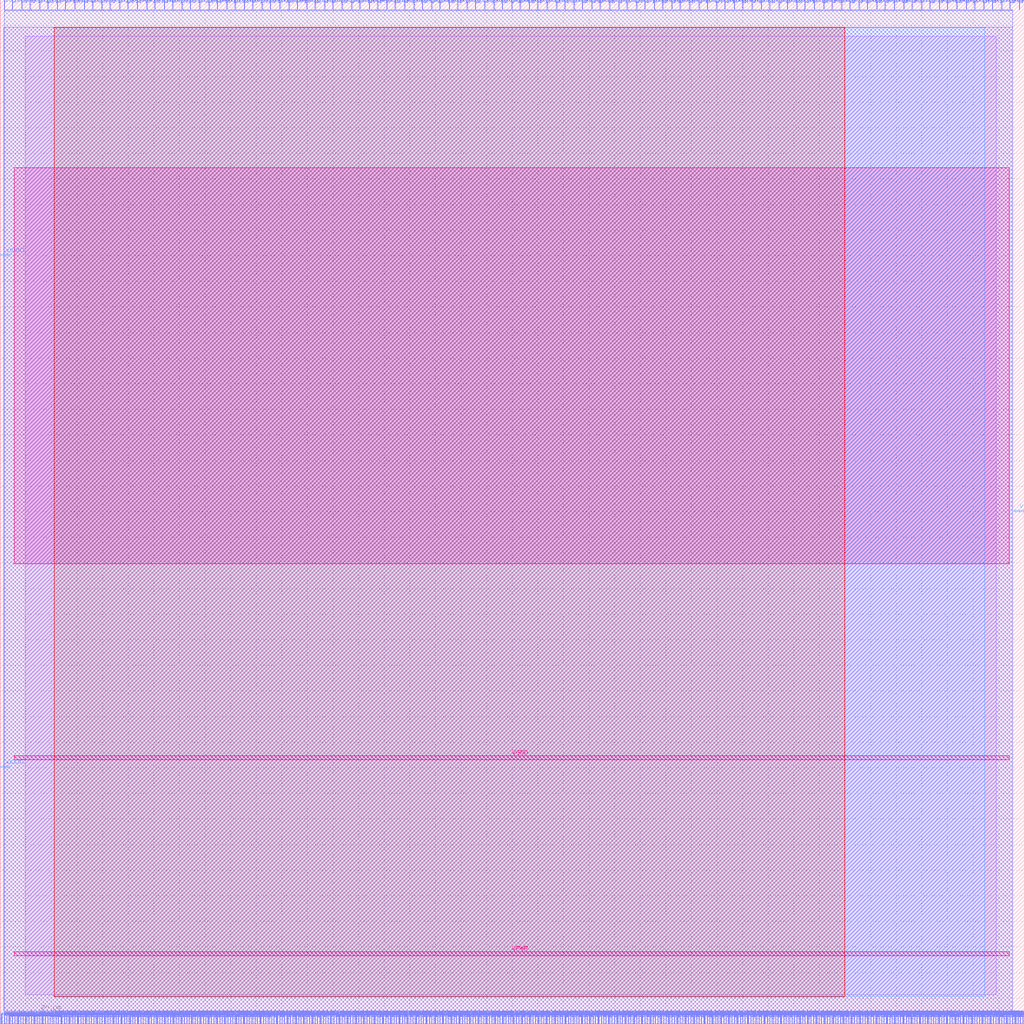
<source format=lef>
VERSION 5.7 ;
  NOWIREEXTENSIONATPIN ON ;
  DIVIDERCHAR "/" ;
  BUSBITCHARS "[]" ;
MACRO user_proj_example
  CLASS BLOCK ;
  FOREIGN user_proj_example ;
  ORIGIN 0.000 0.000 ;
  SIZE 400.000 BY 400.000 ;
  PIN io_in[0]
    DIRECTION INPUT ;
    PORT
      LAYER met2 ;
        RECT 1.470 396.000 1.750 400.000 ;
    END
  END io_in[0]
  PIN io_in[10]
    DIRECTION INPUT ;
    PORT
      LAYER met2 ;
        RECT 105.430 396.000 105.710 400.000 ;
    END
  END io_in[10]
  PIN io_in[11]
    DIRECTION INPUT ;
    PORT
      LAYER met2 ;
        RECT 116.010 396.000 116.290 400.000 ;
    END
  END io_in[11]
  PIN io_in[12]
    DIRECTION INPUT ;
    PORT
      LAYER met2 ;
        RECT 126.590 396.000 126.870 400.000 ;
    END
  END io_in[12]
  PIN io_in[13]
    DIRECTION INPUT ;
    PORT
      LAYER met2 ;
        RECT 137.170 396.000 137.450 400.000 ;
    END
  END io_in[13]
  PIN io_in[14]
    DIRECTION INPUT ;
    PORT
      LAYER met2 ;
        RECT 147.290 396.000 147.570 400.000 ;
    END
  END io_in[14]
  PIN io_in[15]
    DIRECTION INPUT ;
    PORT
      LAYER met2 ;
        RECT 157.870 396.000 158.150 400.000 ;
    END
  END io_in[15]
  PIN io_in[16]
    DIRECTION INPUT ;
    PORT
      LAYER met2 ;
        RECT 168.450 396.000 168.730 400.000 ;
    END
  END io_in[16]
  PIN io_in[17]
    DIRECTION INPUT ;
    PORT
      LAYER met2 ;
        RECT 178.570 396.000 178.850 400.000 ;
    END
  END io_in[17]
  PIN io_in[18]
    DIRECTION INPUT ;
    PORT
      LAYER met2 ;
        RECT 189.150 396.000 189.430 400.000 ;
    END
  END io_in[18]
  PIN io_in[19]
    DIRECTION INPUT ;
    PORT
      LAYER met2 ;
        RECT 199.730 396.000 200.010 400.000 ;
    END
  END io_in[19]
  PIN io_in[1]
    DIRECTION INPUT ;
    PORT
      LAYER met2 ;
        RECT 11.590 396.000 11.870 400.000 ;
    END
  END io_in[1]
  PIN io_in[20]
    DIRECTION INPUT ;
    PORT
      LAYER met2 ;
        RECT 209.850 396.000 210.130 400.000 ;
    END
  END io_in[20]
  PIN io_in[21]
    DIRECTION INPUT ;
    PORT
      LAYER met2 ;
        RECT 220.430 396.000 220.710 400.000 ;
    END
  END io_in[21]
  PIN io_in[22]
    DIRECTION INPUT ;
    PORT
      LAYER met2 ;
        RECT 231.010 396.000 231.290 400.000 ;
    END
  END io_in[22]
  PIN io_in[23]
    DIRECTION INPUT ;
    PORT
      LAYER met2 ;
        RECT 241.590 396.000 241.870 400.000 ;
    END
  END io_in[23]
  PIN io_in[24]
    DIRECTION INPUT ;
    PORT
      LAYER met2 ;
        RECT 251.710 396.000 251.990 400.000 ;
    END
  END io_in[24]
  PIN io_in[25]
    DIRECTION INPUT ;
    PORT
      LAYER met2 ;
        RECT 262.290 396.000 262.570 400.000 ;
    END
  END io_in[25]
  PIN io_in[26]
    DIRECTION INPUT ;
    PORT
      LAYER met2 ;
        RECT 272.870 396.000 273.150 400.000 ;
    END
  END io_in[26]
  PIN io_in[27]
    DIRECTION INPUT ;
    PORT
      LAYER met2 ;
        RECT 282.990 396.000 283.270 400.000 ;
    END
  END io_in[27]
  PIN io_in[28]
    DIRECTION INPUT ;
    PORT
      LAYER met2 ;
        RECT 293.570 396.000 293.850 400.000 ;
    END
  END io_in[28]
  PIN io_in[29]
    DIRECTION INPUT ;
    PORT
      LAYER met2 ;
        RECT 304.150 396.000 304.430 400.000 ;
    END
  END io_in[29]
  PIN io_in[2]
    DIRECTION INPUT ;
    PORT
      LAYER met2 ;
        RECT 22.170 396.000 22.450 400.000 ;
    END
  END io_in[2]
  PIN io_in[30]
    DIRECTION INPUT ;
    PORT
      LAYER met2 ;
        RECT 314.270 396.000 314.550 400.000 ;
    END
  END io_in[30]
  PIN io_in[31]
    DIRECTION INPUT ;
    PORT
      LAYER met2 ;
        RECT 324.850 396.000 325.130 400.000 ;
    END
  END io_in[31]
  PIN io_in[32]
    DIRECTION INPUT ;
    PORT
      LAYER met2 ;
        RECT 335.430 396.000 335.710 400.000 ;
    END
  END io_in[32]
  PIN io_in[33]
    DIRECTION INPUT ;
    PORT
      LAYER met2 ;
        RECT 345.550 396.000 345.830 400.000 ;
    END
  END io_in[33]
  PIN io_in[34]
    DIRECTION INPUT ;
    PORT
      LAYER met2 ;
        RECT 356.130 396.000 356.410 400.000 ;
    END
  END io_in[34]
  PIN io_in[35]
    DIRECTION INPUT ;
    PORT
      LAYER met2 ;
        RECT 366.710 396.000 366.990 400.000 ;
    END
  END io_in[35]
  PIN io_in[36]
    DIRECTION INPUT ;
    PORT
      LAYER met2 ;
        RECT 377.290 396.000 377.570 400.000 ;
    END
  END io_in[36]
  PIN io_in[37]
    DIRECTION INPUT ;
    PORT
      LAYER met2 ;
        RECT 387.410 396.000 387.690 400.000 ;
    END
  END io_in[37]
  PIN io_in[3]
    DIRECTION INPUT ;
    PORT
      LAYER met2 ;
        RECT 32.750 396.000 33.030 400.000 ;
    END
  END io_in[3]
  PIN io_in[4]
    DIRECTION INPUT ;
    PORT
      LAYER met2 ;
        RECT 42.870 396.000 43.150 400.000 ;
    END
  END io_in[4]
  PIN io_in[5]
    DIRECTION INPUT ;
    PORT
      LAYER met2 ;
        RECT 53.450 396.000 53.730 400.000 ;
    END
  END io_in[5]
  PIN io_in[6]
    DIRECTION INPUT ;
    PORT
      LAYER met2 ;
        RECT 64.030 396.000 64.310 400.000 ;
    END
  END io_in[6]
  PIN io_in[7]
    DIRECTION INPUT ;
    PORT
      LAYER met2 ;
        RECT 74.150 396.000 74.430 400.000 ;
    END
  END io_in[7]
  PIN io_in[8]
    DIRECTION INPUT ;
    PORT
      LAYER met2 ;
        RECT 84.730 396.000 85.010 400.000 ;
    END
  END io_in[8]
  PIN io_in[9]
    DIRECTION INPUT ;
    PORT
      LAYER met2 ;
        RECT 95.310 396.000 95.590 400.000 ;
    END
  END io_in[9]
  PIN io_oeb[0]
    DIRECTION OUTPUT TRISTATE ;
    PORT
      LAYER met2 ;
        RECT 4.690 396.000 4.970 400.000 ;
    END
  END io_oeb[0]
  PIN io_oeb[10]
    DIRECTION OUTPUT TRISTATE ;
    PORT
      LAYER met2 ;
        RECT 109.110 396.000 109.390 400.000 ;
    END
  END io_oeb[10]
  PIN io_oeb[11]
    DIRECTION OUTPUT TRISTATE ;
    PORT
      LAYER met2 ;
        RECT 119.690 396.000 119.970 400.000 ;
    END
  END io_oeb[11]
  PIN io_oeb[12]
    DIRECTION OUTPUT TRISTATE ;
    PORT
      LAYER met2 ;
        RECT 129.810 396.000 130.090 400.000 ;
    END
  END io_oeb[12]
  PIN io_oeb[13]
    DIRECTION OUTPUT TRISTATE ;
    PORT
      LAYER met2 ;
        RECT 140.390 396.000 140.670 400.000 ;
    END
  END io_oeb[13]
  PIN io_oeb[14]
    DIRECTION OUTPUT TRISTATE ;
    PORT
      LAYER met2 ;
        RECT 150.970 396.000 151.250 400.000 ;
    END
  END io_oeb[14]
  PIN io_oeb[15]
    DIRECTION OUTPUT TRISTATE ;
    PORT
      LAYER met2 ;
        RECT 161.550 396.000 161.830 400.000 ;
    END
  END io_oeb[15]
  PIN io_oeb[16]
    DIRECTION OUTPUT TRISTATE ;
    PORT
      LAYER met2 ;
        RECT 171.670 396.000 171.950 400.000 ;
    END
  END io_oeb[16]
  PIN io_oeb[17]
    DIRECTION OUTPUT TRISTATE ;
    PORT
      LAYER met2 ;
        RECT 182.250 396.000 182.530 400.000 ;
    END
  END io_oeb[17]
  PIN io_oeb[18]
    DIRECTION OUTPUT TRISTATE ;
    PORT
      LAYER met2 ;
        RECT 192.830 396.000 193.110 400.000 ;
    END
  END io_oeb[18]
  PIN io_oeb[19]
    DIRECTION OUTPUT TRISTATE ;
    PORT
      LAYER met2 ;
        RECT 202.950 396.000 203.230 400.000 ;
    END
  END io_oeb[19]
  PIN io_oeb[1]
    DIRECTION OUTPUT TRISTATE ;
    PORT
      LAYER met2 ;
        RECT 15.270 396.000 15.550 400.000 ;
    END
  END io_oeb[1]
  PIN io_oeb[20]
    DIRECTION OUTPUT TRISTATE ;
    PORT
      LAYER met2 ;
        RECT 213.530 396.000 213.810 400.000 ;
    END
  END io_oeb[20]
  PIN io_oeb[21]
    DIRECTION OUTPUT TRISTATE ;
    PORT
      LAYER met2 ;
        RECT 224.110 396.000 224.390 400.000 ;
    END
  END io_oeb[21]
  PIN io_oeb[22]
    DIRECTION OUTPUT TRISTATE ;
    PORT
      LAYER met2 ;
        RECT 234.230 396.000 234.510 400.000 ;
    END
  END io_oeb[22]
  PIN io_oeb[23]
    DIRECTION OUTPUT TRISTATE ;
    PORT
      LAYER met2 ;
        RECT 244.810 396.000 245.090 400.000 ;
    END
  END io_oeb[23]
  PIN io_oeb[24]
    DIRECTION OUTPUT TRISTATE ;
    PORT
      LAYER met2 ;
        RECT 255.390 396.000 255.670 400.000 ;
    END
  END io_oeb[24]
  PIN io_oeb[25]
    DIRECTION OUTPUT TRISTATE ;
    PORT
      LAYER met2 ;
        RECT 265.510 396.000 265.790 400.000 ;
    END
  END io_oeb[25]
  PIN io_oeb[26]
    DIRECTION OUTPUT TRISTATE ;
    PORT
      LAYER met2 ;
        RECT 276.090 396.000 276.370 400.000 ;
    END
  END io_oeb[26]
  PIN io_oeb[27]
    DIRECTION OUTPUT TRISTATE ;
    PORT
      LAYER met2 ;
        RECT 286.670 396.000 286.950 400.000 ;
    END
  END io_oeb[27]
  PIN io_oeb[28]
    DIRECTION OUTPUT TRISTATE ;
    PORT
      LAYER met2 ;
        RECT 297.250 396.000 297.530 400.000 ;
    END
  END io_oeb[28]
  PIN io_oeb[29]
    DIRECTION OUTPUT TRISTATE ;
    PORT
      LAYER met2 ;
        RECT 307.370 396.000 307.650 400.000 ;
    END
  END io_oeb[29]
  PIN io_oeb[2]
    DIRECTION OUTPUT TRISTATE ;
    PORT
      LAYER met2 ;
        RECT 25.390 396.000 25.670 400.000 ;
    END
  END io_oeb[2]
  PIN io_oeb[30]
    DIRECTION OUTPUT TRISTATE ;
    PORT
      LAYER met2 ;
        RECT 317.950 396.000 318.230 400.000 ;
    END
  END io_oeb[30]
  PIN io_oeb[31]
    DIRECTION OUTPUT TRISTATE ;
    PORT
      LAYER met2 ;
        RECT 328.530 396.000 328.810 400.000 ;
    END
  END io_oeb[31]
  PIN io_oeb[32]
    DIRECTION OUTPUT TRISTATE ;
    PORT
      LAYER met2 ;
        RECT 338.650 396.000 338.930 400.000 ;
    END
  END io_oeb[32]
  PIN io_oeb[33]
    DIRECTION OUTPUT TRISTATE ;
    PORT
      LAYER met2 ;
        RECT 349.230 396.000 349.510 400.000 ;
    END
  END io_oeb[33]
  PIN io_oeb[34]
    DIRECTION OUTPUT TRISTATE ;
    PORT
      LAYER met2 ;
        RECT 359.810 396.000 360.090 400.000 ;
    END
  END io_oeb[34]
  PIN io_oeb[35]
    DIRECTION OUTPUT TRISTATE ;
    PORT
      LAYER met2 ;
        RECT 369.930 396.000 370.210 400.000 ;
    END
  END io_oeb[35]
  PIN io_oeb[36]
    DIRECTION OUTPUT TRISTATE ;
    PORT
      LAYER met2 ;
        RECT 380.510 396.000 380.790 400.000 ;
    END
  END io_oeb[36]
  PIN io_oeb[37]
    DIRECTION OUTPUT TRISTATE ;
    PORT
      LAYER met2 ;
        RECT 391.090 396.000 391.370 400.000 ;
    END
  END io_oeb[37]
  PIN io_oeb[3]
    DIRECTION OUTPUT TRISTATE ;
    PORT
      LAYER met2 ;
        RECT 35.970 396.000 36.250 400.000 ;
    END
  END io_oeb[3]
  PIN io_oeb[4]
    DIRECTION OUTPUT TRISTATE ;
    PORT
      LAYER met2 ;
        RECT 46.550 396.000 46.830 400.000 ;
    END
  END io_oeb[4]
  PIN io_oeb[5]
    DIRECTION OUTPUT TRISTATE ;
    PORT
      LAYER met2 ;
        RECT 57.130 396.000 57.410 400.000 ;
    END
  END io_oeb[5]
  PIN io_oeb[6]
    DIRECTION OUTPUT TRISTATE ;
    PORT
      LAYER met2 ;
        RECT 67.250 396.000 67.530 400.000 ;
    END
  END io_oeb[6]
  PIN io_oeb[7]
    DIRECTION OUTPUT TRISTATE ;
    PORT
      LAYER met2 ;
        RECT 77.830 396.000 78.110 400.000 ;
    END
  END io_oeb[7]
  PIN io_oeb[8]
    DIRECTION OUTPUT TRISTATE ;
    PORT
      LAYER met2 ;
        RECT 88.410 396.000 88.690 400.000 ;
    END
  END io_oeb[8]
  PIN io_oeb[9]
    DIRECTION OUTPUT TRISTATE ;
    PORT
      LAYER met2 ;
        RECT 98.530 396.000 98.810 400.000 ;
    END
  END io_oeb[9]
  PIN io_out[0]
    DIRECTION OUTPUT TRISTATE ;
    PORT
      LAYER met2 ;
        RECT 8.370 396.000 8.650 400.000 ;
    END
  END io_out[0]
  PIN io_out[10]
    DIRECTION OUTPUT TRISTATE ;
    PORT
      LAYER met2 ;
        RECT 112.790 396.000 113.070 400.000 ;
    END
  END io_out[10]
  PIN io_out[11]
    DIRECTION OUTPUT TRISTATE ;
    PORT
      LAYER met2 ;
        RECT 122.910 396.000 123.190 400.000 ;
    END
  END io_out[11]
  PIN io_out[12]
    DIRECTION OUTPUT TRISTATE ;
    PORT
      LAYER met2 ;
        RECT 133.490 396.000 133.770 400.000 ;
    END
  END io_out[12]
  PIN io_out[13]
    DIRECTION OUTPUT TRISTATE ;
    PORT
      LAYER met2 ;
        RECT 144.070 396.000 144.350 400.000 ;
    END
  END io_out[13]
  PIN io_out[14]
    DIRECTION OUTPUT TRISTATE ;
    PORT
      LAYER met2 ;
        RECT 154.190 396.000 154.470 400.000 ;
    END
  END io_out[14]
  PIN io_out[15]
    DIRECTION OUTPUT TRISTATE ;
    PORT
      LAYER met2 ;
        RECT 164.770 396.000 165.050 400.000 ;
    END
  END io_out[15]
  PIN io_out[16]
    DIRECTION OUTPUT TRISTATE ;
    PORT
      LAYER met2 ;
        RECT 175.350 396.000 175.630 400.000 ;
    END
  END io_out[16]
  PIN io_out[17]
    DIRECTION OUTPUT TRISTATE ;
    PORT
      LAYER met2 ;
        RECT 185.470 396.000 185.750 400.000 ;
    END
  END io_out[17]
  PIN io_out[18]
    DIRECTION OUTPUT TRISTATE ;
    PORT
      LAYER met2 ;
        RECT 196.050 396.000 196.330 400.000 ;
    END
  END io_out[18]
  PIN io_out[19]
    DIRECTION OUTPUT TRISTATE ;
    PORT
      LAYER met2 ;
        RECT 206.630 396.000 206.910 400.000 ;
    END
  END io_out[19]
  PIN io_out[1]
    DIRECTION OUTPUT TRISTATE ;
    PORT
      LAYER met2 ;
        RECT 18.490 396.000 18.770 400.000 ;
    END
  END io_out[1]
  PIN io_out[20]
    DIRECTION OUTPUT TRISTATE ;
    PORT
      LAYER met2 ;
        RECT 217.210 396.000 217.490 400.000 ;
    END
  END io_out[20]
  PIN io_out[21]
    DIRECTION OUTPUT TRISTATE ;
    PORT
      LAYER met2 ;
        RECT 227.330 396.000 227.610 400.000 ;
    END
  END io_out[21]
  PIN io_out[22]
    DIRECTION OUTPUT TRISTATE ;
    PORT
      LAYER met2 ;
        RECT 237.910 396.000 238.190 400.000 ;
    END
  END io_out[22]
  PIN io_out[23]
    DIRECTION OUTPUT TRISTATE ;
    PORT
      LAYER met2 ;
        RECT 248.490 396.000 248.770 400.000 ;
    END
  END io_out[23]
  PIN io_out[24]
    DIRECTION OUTPUT TRISTATE ;
    PORT
      LAYER met2 ;
        RECT 258.610 396.000 258.890 400.000 ;
    END
  END io_out[24]
  PIN io_out[25]
    DIRECTION OUTPUT TRISTATE ;
    PORT
      LAYER met2 ;
        RECT 269.190 396.000 269.470 400.000 ;
    END
  END io_out[25]
  PIN io_out[26]
    DIRECTION OUTPUT TRISTATE ;
    PORT
      LAYER met2 ;
        RECT 279.770 396.000 280.050 400.000 ;
    END
  END io_out[26]
  PIN io_out[27]
    DIRECTION OUTPUT TRISTATE ;
    PORT
      LAYER met2 ;
        RECT 289.890 396.000 290.170 400.000 ;
    END
  END io_out[27]
  PIN io_out[28]
    DIRECTION OUTPUT TRISTATE ;
    PORT
      LAYER met2 ;
        RECT 300.470 396.000 300.750 400.000 ;
    END
  END io_out[28]
  PIN io_out[29]
    DIRECTION OUTPUT TRISTATE ;
    PORT
      LAYER met2 ;
        RECT 311.050 396.000 311.330 400.000 ;
    END
  END io_out[29]
  PIN io_out[2]
    DIRECTION OUTPUT TRISTATE ;
    PORT
      LAYER met2 ;
        RECT 29.070 396.000 29.350 400.000 ;
    END
  END io_out[2]
  PIN io_out[30]
    DIRECTION OUTPUT TRISTATE ;
    PORT
      LAYER met2 ;
        RECT 321.630 396.000 321.910 400.000 ;
    END
  END io_out[30]
  PIN io_out[31]
    DIRECTION OUTPUT TRISTATE ;
    PORT
      LAYER met2 ;
        RECT 331.750 396.000 332.030 400.000 ;
    END
  END io_out[31]
  PIN io_out[32]
    DIRECTION OUTPUT TRISTATE ;
    PORT
      LAYER met2 ;
        RECT 342.330 396.000 342.610 400.000 ;
    END
  END io_out[32]
  PIN io_out[33]
    DIRECTION OUTPUT TRISTATE ;
    PORT
      LAYER met2 ;
        RECT 352.910 396.000 353.190 400.000 ;
    END
  END io_out[33]
  PIN io_out[34]
    DIRECTION OUTPUT TRISTATE ;
    PORT
      LAYER met2 ;
        RECT 363.030 396.000 363.310 400.000 ;
    END
  END io_out[34]
  PIN io_out[35]
    DIRECTION OUTPUT TRISTATE ;
    PORT
      LAYER met2 ;
        RECT 373.610 396.000 373.890 400.000 ;
    END
  END io_out[35]
  PIN io_out[36]
    DIRECTION OUTPUT TRISTATE ;
    PORT
      LAYER met2 ;
        RECT 384.190 396.000 384.470 400.000 ;
    END
  END io_out[36]
  PIN io_out[37]
    DIRECTION OUTPUT TRISTATE ;
    PORT
      LAYER met2 ;
        RECT 394.310 396.000 394.590 400.000 ;
    END
  END io_out[37]
  PIN io_out[3]
    DIRECTION OUTPUT TRISTATE ;
    PORT
      LAYER met2 ;
        RECT 39.650 396.000 39.930 400.000 ;
    END
  END io_out[3]
  PIN io_out[4]
    DIRECTION OUTPUT TRISTATE ;
    PORT
      LAYER met2 ;
        RECT 49.770 396.000 50.050 400.000 ;
    END
  END io_out[4]
  PIN io_out[5]
    DIRECTION OUTPUT TRISTATE ;
    PORT
      LAYER met2 ;
        RECT 60.350 396.000 60.630 400.000 ;
    END
  END io_out[5]
  PIN io_out[6]
    DIRECTION OUTPUT TRISTATE ;
    PORT
      LAYER met2 ;
        RECT 70.930 396.000 71.210 400.000 ;
    END
  END io_out[6]
  PIN io_out[7]
    DIRECTION OUTPUT TRISTATE ;
    PORT
      LAYER met2 ;
        RECT 81.510 396.000 81.790 400.000 ;
    END
  END io_out[7]
  PIN io_out[8]
    DIRECTION OUTPUT TRISTATE ;
    PORT
      LAYER met2 ;
        RECT 91.630 396.000 91.910 400.000 ;
    END
  END io_out[8]
  PIN io_out[9]
    DIRECTION OUTPUT TRISTATE ;
    PORT
      LAYER met2 ;
        RECT 102.210 396.000 102.490 400.000 ;
    END
  END io_out[9]
  PIN la_data_in[0]
    DIRECTION INPUT ;
    PORT
      LAYER met2 ;
        RECT 85.650 0.000 85.930 4.000 ;
    END
  END la_data_in[0]
  PIN la_data_in[100]
    DIRECTION INPUT ;
    PORT
      LAYER met2 ;
        RECT 328.990 0.000 329.270 4.000 ;
    END
  END la_data_in[100]
  PIN la_data_in[101]
    DIRECTION INPUT ;
    PORT
      LAYER met2 ;
        RECT 331.290 0.000 331.570 4.000 ;
    END
  END la_data_in[101]
  PIN la_data_in[102]
    DIRECTION INPUT ;
    PORT
      LAYER met2 ;
        RECT 333.590 0.000 333.870 4.000 ;
    END
  END la_data_in[102]
  PIN la_data_in[103]
    DIRECTION INPUT ;
    PORT
      LAYER met2 ;
        RECT 335.890 0.000 336.170 4.000 ;
    END
  END la_data_in[103]
  PIN la_data_in[104]
    DIRECTION INPUT ;
    PORT
      LAYER met2 ;
        RECT 338.650 0.000 338.930 4.000 ;
    END
  END la_data_in[104]
  PIN la_data_in[105]
    DIRECTION INPUT ;
    PORT
      LAYER met2 ;
        RECT 340.950 0.000 341.230 4.000 ;
    END
  END la_data_in[105]
  PIN la_data_in[106]
    DIRECTION INPUT ;
    PORT
      LAYER met2 ;
        RECT 343.250 0.000 343.530 4.000 ;
    END
  END la_data_in[106]
  PIN la_data_in[107]
    DIRECTION INPUT ;
    PORT
      LAYER met2 ;
        RECT 346.010 0.000 346.290 4.000 ;
    END
  END la_data_in[107]
  PIN la_data_in[108]
    DIRECTION INPUT ;
    PORT
      LAYER met2 ;
        RECT 348.310 0.000 348.590 4.000 ;
    END
  END la_data_in[108]
  PIN la_data_in[109]
    DIRECTION INPUT ;
    PORT
      LAYER met2 ;
        RECT 350.610 0.000 350.890 4.000 ;
    END
  END la_data_in[109]
  PIN la_data_in[10]
    DIRECTION INPUT ;
    PORT
      LAYER met2 ;
        RECT 110.030 0.000 110.310 4.000 ;
    END
  END la_data_in[10]
  PIN la_data_in[110]
    DIRECTION INPUT ;
    PORT
      LAYER met2 ;
        RECT 352.910 0.000 353.190 4.000 ;
    END
  END la_data_in[110]
  PIN la_data_in[111]
    DIRECTION INPUT ;
    PORT
      LAYER met2 ;
        RECT 355.670 0.000 355.950 4.000 ;
    END
  END la_data_in[111]
  PIN la_data_in[112]
    DIRECTION INPUT ;
    PORT
      LAYER met2 ;
        RECT 357.970 0.000 358.250 4.000 ;
    END
  END la_data_in[112]
  PIN la_data_in[113]
    DIRECTION INPUT ;
    PORT
      LAYER met2 ;
        RECT 360.270 0.000 360.550 4.000 ;
    END
  END la_data_in[113]
  PIN la_data_in[114]
    DIRECTION INPUT ;
    PORT
      LAYER met2 ;
        RECT 362.570 0.000 362.850 4.000 ;
    END
  END la_data_in[114]
  PIN la_data_in[115]
    DIRECTION INPUT ;
    PORT
      LAYER met2 ;
        RECT 365.330 0.000 365.610 4.000 ;
    END
  END la_data_in[115]
  PIN la_data_in[116]
    DIRECTION INPUT ;
    PORT
      LAYER met2 ;
        RECT 367.630 0.000 367.910 4.000 ;
    END
  END la_data_in[116]
  PIN la_data_in[117]
    DIRECTION INPUT ;
    PORT
      LAYER met2 ;
        RECT 369.930 0.000 370.210 4.000 ;
    END
  END la_data_in[117]
  PIN la_data_in[118]
    DIRECTION INPUT ;
    PORT
      LAYER met2 ;
        RECT 372.690 0.000 372.970 4.000 ;
    END
  END la_data_in[118]
  PIN la_data_in[119]
    DIRECTION INPUT ;
    PORT
      LAYER met2 ;
        RECT 374.990 0.000 375.270 4.000 ;
    END
  END la_data_in[119]
  PIN la_data_in[11]
    DIRECTION INPUT ;
    PORT
      LAYER met2 ;
        RECT 112.330 0.000 112.610 4.000 ;
    END
  END la_data_in[11]
  PIN la_data_in[120]
    DIRECTION INPUT ;
    PORT
      LAYER met2 ;
        RECT 377.290 0.000 377.570 4.000 ;
    END
  END la_data_in[120]
  PIN la_data_in[121]
    DIRECTION INPUT ;
    PORT
      LAYER met2 ;
        RECT 379.590 0.000 379.870 4.000 ;
    END
  END la_data_in[121]
  PIN la_data_in[122]
    DIRECTION INPUT ;
    PORT
      LAYER met2 ;
        RECT 382.350 0.000 382.630 4.000 ;
    END
  END la_data_in[122]
  PIN la_data_in[123]
    DIRECTION INPUT ;
    PORT
      LAYER met2 ;
        RECT 384.650 0.000 384.930 4.000 ;
    END
  END la_data_in[123]
  PIN la_data_in[124]
    DIRECTION INPUT ;
    PORT
      LAYER met2 ;
        RECT 386.950 0.000 387.230 4.000 ;
    END
  END la_data_in[124]
  PIN la_data_in[125]
    DIRECTION INPUT ;
    PORT
      LAYER met2 ;
        RECT 389.710 0.000 389.990 4.000 ;
    END
  END la_data_in[125]
  PIN la_data_in[126]
    DIRECTION INPUT ;
    PORT
      LAYER met2 ;
        RECT 392.010 0.000 392.290 4.000 ;
    END
  END la_data_in[126]
  PIN la_data_in[127]
    DIRECTION INPUT ;
    PORT
      LAYER met2 ;
        RECT 394.310 0.000 394.590 4.000 ;
    END
  END la_data_in[127]
  PIN la_data_in[12]
    DIRECTION INPUT ;
    PORT
      LAYER met2 ;
        RECT 115.090 0.000 115.370 4.000 ;
    END
  END la_data_in[12]
  PIN la_data_in[13]
    DIRECTION INPUT ;
    PORT
      LAYER met2 ;
        RECT 117.390 0.000 117.670 4.000 ;
    END
  END la_data_in[13]
  PIN la_data_in[14]
    DIRECTION INPUT ;
    PORT
      LAYER met2 ;
        RECT 119.690 0.000 119.970 4.000 ;
    END
  END la_data_in[14]
  PIN la_data_in[15]
    DIRECTION INPUT ;
    PORT
      LAYER met2 ;
        RECT 121.990 0.000 122.270 4.000 ;
    END
  END la_data_in[15]
  PIN la_data_in[16]
    DIRECTION INPUT ;
    PORT
      LAYER met2 ;
        RECT 124.750 0.000 125.030 4.000 ;
    END
  END la_data_in[16]
  PIN la_data_in[17]
    DIRECTION INPUT ;
    PORT
      LAYER met2 ;
        RECT 127.050 0.000 127.330 4.000 ;
    END
  END la_data_in[17]
  PIN la_data_in[18]
    DIRECTION INPUT ;
    PORT
      LAYER met2 ;
        RECT 129.350 0.000 129.630 4.000 ;
    END
  END la_data_in[18]
  PIN la_data_in[19]
    DIRECTION INPUT ;
    PORT
      LAYER met2 ;
        RECT 132.110 0.000 132.390 4.000 ;
    END
  END la_data_in[19]
  PIN la_data_in[1]
    DIRECTION INPUT ;
    PORT
      LAYER met2 ;
        RECT 87.950 0.000 88.230 4.000 ;
    END
  END la_data_in[1]
  PIN la_data_in[20]
    DIRECTION INPUT ;
    PORT
      LAYER met2 ;
        RECT 134.410 0.000 134.690 4.000 ;
    END
  END la_data_in[20]
  PIN la_data_in[21]
    DIRECTION INPUT ;
    PORT
      LAYER met2 ;
        RECT 136.710 0.000 136.990 4.000 ;
    END
  END la_data_in[21]
  PIN la_data_in[22]
    DIRECTION INPUT ;
    PORT
      LAYER met2 ;
        RECT 139.010 0.000 139.290 4.000 ;
    END
  END la_data_in[22]
  PIN la_data_in[23]
    DIRECTION INPUT ;
    PORT
      LAYER met2 ;
        RECT 141.770 0.000 142.050 4.000 ;
    END
  END la_data_in[23]
  PIN la_data_in[24]
    DIRECTION INPUT ;
    PORT
      LAYER met2 ;
        RECT 144.070 0.000 144.350 4.000 ;
    END
  END la_data_in[24]
  PIN la_data_in[25]
    DIRECTION INPUT ;
    PORT
      LAYER met2 ;
        RECT 146.370 0.000 146.650 4.000 ;
    END
  END la_data_in[25]
  PIN la_data_in[26]
    DIRECTION INPUT ;
    PORT
      LAYER met2 ;
        RECT 149.130 0.000 149.410 4.000 ;
    END
  END la_data_in[26]
  PIN la_data_in[27]
    DIRECTION INPUT ;
    PORT
      LAYER met2 ;
        RECT 151.430 0.000 151.710 4.000 ;
    END
  END la_data_in[27]
  PIN la_data_in[28]
    DIRECTION INPUT ;
    PORT
      LAYER met2 ;
        RECT 153.730 0.000 154.010 4.000 ;
    END
  END la_data_in[28]
  PIN la_data_in[29]
    DIRECTION INPUT ;
    PORT
      LAYER met2 ;
        RECT 156.030 0.000 156.310 4.000 ;
    END
  END la_data_in[29]
  PIN la_data_in[2]
    DIRECTION INPUT ;
    PORT
      LAYER met2 ;
        RECT 90.710 0.000 90.990 4.000 ;
    END
  END la_data_in[2]
  PIN la_data_in[30]
    DIRECTION INPUT ;
    PORT
      LAYER met2 ;
        RECT 158.790 0.000 159.070 4.000 ;
    END
  END la_data_in[30]
  PIN la_data_in[31]
    DIRECTION INPUT ;
    PORT
      LAYER met2 ;
        RECT 161.090 0.000 161.370 4.000 ;
    END
  END la_data_in[31]
  PIN la_data_in[32]
    DIRECTION INPUT ;
    PORT
      LAYER met2 ;
        RECT 163.390 0.000 163.670 4.000 ;
    END
  END la_data_in[32]
  PIN la_data_in[33]
    DIRECTION INPUT ;
    PORT
      LAYER met2 ;
        RECT 166.150 0.000 166.430 4.000 ;
    END
  END la_data_in[33]
  PIN la_data_in[34]
    DIRECTION INPUT ;
    PORT
      LAYER met2 ;
        RECT 168.450 0.000 168.730 4.000 ;
    END
  END la_data_in[34]
  PIN la_data_in[35]
    DIRECTION INPUT ;
    PORT
      LAYER met2 ;
        RECT 170.750 0.000 171.030 4.000 ;
    END
  END la_data_in[35]
  PIN la_data_in[36]
    DIRECTION INPUT ;
    PORT
      LAYER met2 ;
        RECT 173.050 0.000 173.330 4.000 ;
    END
  END la_data_in[36]
  PIN la_data_in[37]
    DIRECTION INPUT ;
    PORT
      LAYER met2 ;
        RECT 175.810 0.000 176.090 4.000 ;
    END
  END la_data_in[37]
  PIN la_data_in[38]
    DIRECTION INPUT ;
    PORT
      LAYER met2 ;
        RECT 178.110 0.000 178.390 4.000 ;
    END
  END la_data_in[38]
  PIN la_data_in[39]
    DIRECTION INPUT ;
    PORT
      LAYER met2 ;
        RECT 180.410 0.000 180.690 4.000 ;
    END
  END la_data_in[39]
  PIN la_data_in[3]
    DIRECTION INPUT ;
    PORT
      LAYER met2 ;
        RECT 93.010 0.000 93.290 4.000 ;
    END
  END la_data_in[3]
  PIN la_data_in[40]
    DIRECTION INPUT ;
    PORT
      LAYER met2 ;
        RECT 183.170 0.000 183.450 4.000 ;
    END
  END la_data_in[40]
  PIN la_data_in[41]
    DIRECTION INPUT ;
    PORT
      LAYER met2 ;
        RECT 185.470 0.000 185.750 4.000 ;
    END
  END la_data_in[41]
  PIN la_data_in[42]
    DIRECTION INPUT ;
    PORT
      LAYER met2 ;
        RECT 187.770 0.000 188.050 4.000 ;
    END
  END la_data_in[42]
  PIN la_data_in[43]
    DIRECTION INPUT ;
    PORT
      LAYER met2 ;
        RECT 190.070 0.000 190.350 4.000 ;
    END
  END la_data_in[43]
  PIN la_data_in[44]
    DIRECTION INPUT ;
    PORT
      LAYER met2 ;
        RECT 192.830 0.000 193.110 4.000 ;
    END
  END la_data_in[44]
  PIN la_data_in[45]
    DIRECTION INPUT ;
    PORT
      LAYER met2 ;
        RECT 195.130 0.000 195.410 4.000 ;
    END
  END la_data_in[45]
  PIN la_data_in[46]
    DIRECTION INPUT ;
    PORT
      LAYER met2 ;
        RECT 197.430 0.000 197.710 4.000 ;
    END
  END la_data_in[46]
  PIN la_data_in[47]
    DIRECTION INPUT ;
    PORT
      LAYER met2 ;
        RECT 200.190 0.000 200.470 4.000 ;
    END
  END la_data_in[47]
  PIN la_data_in[48]
    DIRECTION INPUT ;
    PORT
      LAYER met2 ;
        RECT 202.490 0.000 202.770 4.000 ;
    END
  END la_data_in[48]
  PIN la_data_in[49]
    DIRECTION INPUT ;
    PORT
      LAYER met2 ;
        RECT 204.790 0.000 205.070 4.000 ;
    END
  END la_data_in[49]
  PIN la_data_in[4]
    DIRECTION INPUT ;
    PORT
      LAYER met2 ;
        RECT 95.310 0.000 95.590 4.000 ;
    END
  END la_data_in[4]
  PIN la_data_in[50]
    DIRECTION INPUT ;
    PORT
      LAYER met2 ;
        RECT 207.090 0.000 207.370 4.000 ;
    END
  END la_data_in[50]
  PIN la_data_in[51]
    DIRECTION INPUT ;
    PORT
      LAYER met2 ;
        RECT 209.850 0.000 210.130 4.000 ;
    END
  END la_data_in[51]
  PIN la_data_in[52]
    DIRECTION INPUT ;
    PORT
      LAYER met2 ;
        RECT 212.150 0.000 212.430 4.000 ;
    END
  END la_data_in[52]
  PIN la_data_in[53]
    DIRECTION INPUT ;
    PORT
      LAYER met2 ;
        RECT 214.450 0.000 214.730 4.000 ;
    END
  END la_data_in[53]
  PIN la_data_in[54]
    DIRECTION INPUT ;
    PORT
      LAYER met2 ;
        RECT 216.750 0.000 217.030 4.000 ;
    END
  END la_data_in[54]
  PIN la_data_in[55]
    DIRECTION INPUT ;
    PORT
      LAYER met2 ;
        RECT 219.510 0.000 219.790 4.000 ;
    END
  END la_data_in[55]
  PIN la_data_in[56]
    DIRECTION INPUT ;
    PORT
      LAYER met2 ;
        RECT 221.810 0.000 222.090 4.000 ;
    END
  END la_data_in[56]
  PIN la_data_in[57]
    DIRECTION INPUT ;
    PORT
      LAYER met2 ;
        RECT 224.110 0.000 224.390 4.000 ;
    END
  END la_data_in[57]
  PIN la_data_in[58]
    DIRECTION INPUT ;
    PORT
      LAYER met2 ;
        RECT 226.870 0.000 227.150 4.000 ;
    END
  END la_data_in[58]
  PIN la_data_in[59]
    DIRECTION INPUT ;
    PORT
      LAYER met2 ;
        RECT 229.170 0.000 229.450 4.000 ;
    END
  END la_data_in[59]
  PIN la_data_in[5]
    DIRECTION INPUT ;
    PORT
      LAYER met2 ;
        RECT 98.070 0.000 98.350 4.000 ;
    END
  END la_data_in[5]
  PIN la_data_in[60]
    DIRECTION INPUT ;
    PORT
      LAYER met2 ;
        RECT 231.470 0.000 231.750 4.000 ;
    END
  END la_data_in[60]
  PIN la_data_in[61]
    DIRECTION INPUT ;
    PORT
      LAYER met2 ;
        RECT 233.770 0.000 234.050 4.000 ;
    END
  END la_data_in[61]
  PIN la_data_in[62]
    DIRECTION INPUT ;
    PORT
      LAYER met2 ;
        RECT 236.530 0.000 236.810 4.000 ;
    END
  END la_data_in[62]
  PIN la_data_in[63]
    DIRECTION INPUT ;
    PORT
      LAYER met2 ;
        RECT 238.830 0.000 239.110 4.000 ;
    END
  END la_data_in[63]
  PIN la_data_in[64]
    DIRECTION INPUT ;
    PORT
      LAYER met2 ;
        RECT 241.130 0.000 241.410 4.000 ;
    END
  END la_data_in[64]
  PIN la_data_in[65]
    DIRECTION INPUT ;
    PORT
      LAYER met2 ;
        RECT 243.890 0.000 244.170 4.000 ;
    END
  END la_data_in[65]
  PIN la_data_in[66]
    DIRECTION INPUT ;
    PORT
      LAYER met2 ;
        RECT 246.190 0.000 246.470 4.000 ;
    END
  END la_data_in[66]
  PIN la_data_in[67]
    DIRECTION INPUT ;
    PORT
      LAYER met2 ;
        RECT 248.490 0.000 248.770 4.000 ;
    END
  END la_data_in[67]
  PIN la_data_in[68]
    DIRECTION INPUT ;
    PORT
      LAYER met2 ;
        RECT 250.790 0.000 251.070 4.000 ;
    END
  END la_data_in[68]
  PIN la_data_in[69]
    DIRECTION INPUT ;
    PORT
      LAYER met2 ;
        RECT 253.550 0.000 253.830 4.000 ;
    END
  END la_data_in[69]
  PIN la_data_in[6]
    DIRECTION INPUT ;
    PORT
      LAYER met2 ;
        RECT 100.370 0.000 100.650 4.000 ;
    END
  END la_data_in[6]
  PIN la_data_in[70]
    DIRECTION INPUT ;
    PORT
      LAYER met2 ;
        RECT 255.850 0.000 256.130 4.000 ;
    END
  END la_data_in[70]
  PIN la_data_in[71]
    DIRECTION INPUT ;
    PORT
      LAYER met2 ;
        RECT 258.150 0.000 258.430 4.000 ;
    END
  END la_data_in[71]
  PIN la_data_in[72]
    DIRECTION INPUT ;
    PORT
      LAYER met2 ;
        RECT 260.910 0.000 261.190 4.000 ;
    END
  END la_data_in[72]
  PIN la_data_in[73]
    DIRECTION INPUT ;
    PORT
      LAYER met2 ;
        RECT 263.210 0.000 263.490 4.000 ;
    END
  END la_data_in[73]
  PIN la_data_in[74]
    DIRECTION INPUT ;
    PORT
      LAYER met2 ;
        RECT 265.510 0.000 265.790 4.000 ;
    END
  END la_data_in[74]
  PIN la_data_in[75]
    DIRECTION INPUT ;
    PORT
      LAYER met2 ;
        RECT 267.810 0.000 268.090 4.000 ;
    END
  END la_data_in[75]
  PIN la_data_in[76]
    DIRECTION INPUT ;
    PORT
      LAYER met2 ;
        RECT 270.570 0.000 270.850 4.000 ;
    END
  END la_data_in[76]
  PIN la_data_in[77]
    DIRECTION INPUT ;
    PORT
      LAYER met2 ;
        RECT 272.870 0.000 273.150 4.000 ;
    END
  END la_data_in[77]
  PIN la_data_in[78]
    DIRECTION INPUT ;
    PORT
      LAYER met2 ;
        RECT 275.170 0.000 275.450 4.000 ;
    END
  END la_data_in[78]
  PIN la_data_in[79]
    DIRECTION INPUT ;
    PORT
      LAYER met2 ;
        RECT 277.930 0.000 278.210 4.000 ;
    END
  END la_data_in[79]
  PIN la_data_in[7]
    DIRECTION INPUT ;
    PORT
      LAYER met2 ;
        RECT 102.670 0.000 102.950 4.000 ;
    END
  END la_data_in[7]
  PIN la_data_in[80]
    DIRECTION INPUT ;
    PORT
      LAYER met2 ;
        RECT 280.230 0.000 280.510 4.000 ;
    END
  END la_data_in[80]
  PIN la_data_in[81]
    DIRECTION INPUT ;
    PORT
      LAYER met2 ;
        RECT 282.530 0.000 282.810 4.000 ;
    END
  END la_data_in[81]
  PIN la_data_in[82]
    DIRECTION INPUT ;
    PORT
      LAYER met2 ;
        RECT 284.830 0.000 285.110 4.000 ;
    END
  END la_data_in[82]
  PIN la_data_in[83]
    DIRECTION INPUT ;
    PORT
      LAYER met2 ;
        RECT 287.590 0.000 287.870 4.000 ;
    END
  END la_data_in[83]
  PIN la_data_in[84]
    DIRECTION INPUT ;
    PORT
      LAYER met2 ;
        RECT 289.890 0.000 290.170 4.000 ;
    END
  END la_data_in[84]
  PIN la_data_in[85]
    DIRECTION INPUT ;
    PORT
      LAYER met2 ;
        RECT 292.190 0.000 292.470 4.000 ;
    END
  END la_data_in[85]
  PIN la_data_in[86]
    DIRECTION INPUT ;
    PORT
      LAYER met2 ;
        RECT 294.950 0.000 295.230 4.000 ;
    END
  END la_data_in[86]
  PIN la_data_in[87]
    DIRECTION INPUT ;
    PORT
      LAYER met2 ;
        RECT 297.250 0.000 297.530 4.000 ;
    END
  END la_data_in[87]
  PIN la_data_in[88]
    DIRECTION INPUT ;
    PORT
      LAYER met2 ;
        RECT 299.550 0.000 299.830 4.000 ;
    END
  END la_data_in[88]
  PIN la_data_in[89]
    DIRECTION INPUT ;
    PORT
      LAYER met2 ;
        RECT 301.850 0.000 302.130 4.000 ;
    END
  END la_data_in[89]
  PIN la_data_in[8]
    DIRECTION INPUT ;
    PORT
      LAYER met2 ;
        RECT 104.970 0.000 105.250 4.000 ;
    END
  END la_data_in[8]
  PIN la_data_in[90]
    DIRECTION INPUT ;
    PORT
      LAYER met2 ;
        RECT 304.610 0.000 304.890 4.000 ;
    END
  END la_data_in[90]
  PIN la_data_in[91]
    DIRECTION INPUT ;
    PORT
      LAYER met2 ;
        RECT 306.910 0.000 307.190 4.000 ;
    END
  END la_data_in[91]
  PIN la_data_in[92]
    DIRECTION INPUT ;
    PORT
      LAYER met2 ;
        RECT 309.210 0.000 309.490 4.000 ;
    END
  END la_data_in[92]
  PIN la_data_in[93]
    DIRECTION INPUT ;
    PORT
      LAYER met2 ;
        RECT 311.970 0.000 312.250 4.000 ;
    END
  END la_data_in[93]
  PIN la_data_in[94]
    DIRECTION INPUT ;
    PORT
      LAYER met2 ;
        RECT 314.270 0.000 314.550 4.000 ;
    END
  END la_data_in[94]
  PIN la_data_in[95]
    DIRECTION INPUT ;
    PORT
      LAYER met2 ;
        RECT 316.570 0.000 316.850 4.000 ;
    END
  END la_data_in[95]
  PIN la_data_in[96]
    DIRECTION INPUT ;
    PORT
      LAYER met2 ;
        RECT 318.870 0.000 319.150 4.000 ;
    END
  END la_data_in[96]
  PIN la_data_in[97]
    DIRECTION INPUT ;
    PORT
      LAYER met2 ;
        RECT 321.630 0.000 321.910 4.000 ;
    END
  END la_data_in[97]
  PIN la_data_in[98]
    DIRECTION INPUT ;
    PORT
      LAYER met2 ;
        RECT 323.930 0.000 324.210 4.000 ;
    END
  END la_data_in[98]
  PIN la_data_in[99]
    DIRECTION INPUT ;
    PORT
      LAYER met2 ;
        RECT 326.230 0.000 326.510 4.000 ;
    END
  END la_data_in[99]
  PIN la_data_in[9]
    DIRECTION INPUT ;
    PORT
      LAYER met2 ;
        RECT 107.730 0.000 108.010 4.000 ;
    END
  END la_data_in[9]
  PIN la_data_out[0]
    DIRECTION OUTPUT TRISTATE ;
    PORT
      LAYER met2 ;
        RECT 86.570 0.000 86.850 4.000 ;
    END
  END la_data_out[0]
  PIN la_data_out[100]
    DIRECTION OUTPUT TRISTATE ;
    PORT
      LAYER met2 ;
        RECT 329.450 0.000 329.730 4.000 ;
    END
  END la_data_out[100]
  PIN la_data_out[101]
    DIRECTION OUTPUT TRISTATE ;
    PORT
      LAYER met2 ;
        RECT 332.210 0.000 332.490 4.000 ;
    END
  END la_data_out[101]
  PIN la_data_out[102]
    DIRECTION OUTPUT TRISTATE ;
    PORT
      LAYER met2 ;
        RECT 334.510 0.000 334.790 4.000 ;
    END
  END la_data_out[102]
  PIN la_data_out[103]
    DIRECTION OUTPUT TRISTATE ;
    PORT
      LAYER met2 ;
        RECT 336.810 0.000 337.090 4.000 ;
    END
  END la_data_out[103]
  PIN la_data_out[104]
    DIRECTION OUTPUT TRISTATE ;
    PORT
      LAYER met2 ;
        RECT 339.110 0.000 339.390 4.000 ;
    END
  END la_data_out[104]
  PIN la_data_out[105]
    DIRECTION OUTPUT TRISTATE ;
    PORT
      LAYER met2 ;
        RECT 341.870 0.000 342.150 4.000 ;
    END
  END la_data_out[105]
  PIN la_data_out[106]
    DIRECTION OUTPUT TRISTATE ;
    PORT
      LAYER met2 ;
        RECT 344.170 0.000 344.450 4.000 ;
    END
  END la_data_out[106]
  PIN la_data_out[107]
    DIRECTION OUTPUT TRISTATE ;
    PORT
      LAYER met2 ;
        RECT 346.470 0.000 346.750 4.000 ;
    END
  END la_data_out[107]
  PIN la_data_out[108]
    DIRECTION OUTPUT TRISTATE ;
    PORT
      LAYER met2 ;
        RECT 349.230 0.000 349.510 4.000 ;
    END
  END la_data_out[108]
  PIN la_data_out[109]
    DIRECTION OUTPUT TRISTATE ;
    PORT
      LAYER met2 ;
        RECT 351.530 0.000 351.810 4.000 ;
    END
  END la_data_out[109]
  PIN la_data_out[10]
    DIRECTION OUTPUT TRISTATE ;
    PORT
      LAYER met2 ;
        RECT 110.950 0.000 111.230 4.000 ;
    END
  END la_data_out[10]
  PIN la_data_out[110]
    DIRECTION OUTPUT TRISTATE ;
    PORT
      LAYER met2 ;
        RECT 353.830 0.000 354.110 4.000 ;
    END
  END la_data_out[110]
  PIN la_data_out[111]
    DIRECTION OUTPUT TRISTATE ;
    PORT
      LAYER met2 ;
        RECT 356.130 0.000 356.410 4.000 ;
    END
  END la_data_out[111]
  PIN la_data_out[112]
    DIRECTION OUTPUT TRISTATE ;
    PORT
      LAYER met2 ;
        RECT 358.890 0.000 359.170 4.000 ;
    END
  END la_data_out[112]
  PIN la_data_out[113]
    DIRECTION OUTPUT TRISTATE ;
    PORT
      LAYER met2 ;
        RECT 361.190 0.000 361.470 4.000 ;
    END
  END la_data_out[113]
  PIN la_data_out[114]
    DIRECTION OUTPUT TRISTATE ;
    PORT
      LAYER met2 ;
        RECT 363.490 0.000 363.770 4.000 ;
    END
  END la_data_out[114]
  PIN la_data_out[115]
    DIRECTION OUTPUT TRISTATE ;
    PORT
      LAYER met2 ;
        RECT 366.250 0.000 366.530 4.000 ;
    END
  END la_data_out[115]
  PIN la_data_out[116]
    DIRECTION OUTPUT TRISTATE ;
    PORT
      LAYER met2 ;
        RECT 368.550 0.000 368.830 4.000 ;
    END
  END la_data_out[116]
  PIN la_data_out[117]
    DIRECTION OUTPUT TRISTATE ;
    PORT
      LAYER met2 ;
        RECT 370.850 0.000 371.130 4.000 ;
    END
  END la_data_out[117]
  PIN la_data_out[118]
    DIRECTION OUTPUT TRISTATE ;
    PORT
      LAYER met2 ;
        RECT 373.150 0.000 373.430 4.000 ;
    END
  END la_data_out[118]
  PIN la_data_out[119]
    DIRECTION OUTPUT TRISTATE ;
    PORT
      LAYER met2 ;
        RECT 375.910 0.000 376.190 4.000 ;
    END
  END la_data_out[119]
  PIN la_data_out[11]
    DIRECTION OUTPUT TRISTATE ;
    PORT
      LAYER met2 ;
        RECT 113.250 0.000 113.530 4.000 ;
    END
  END la_data_out[11]
  PIN la_data_out[120]
    DIRECTION OUTPUT TRISTATE ;
    PORT
      LAYER met2 ;
        RECT 378.210 0.000 378.490 4.000 ;
    END
  END la_data_out[120]
  PIN la_data_out[121]
    DIRECTION OUTPUT TRISTATE ;
    PORT
      LAYER met2 ;
        RECT 380.510 0.000 380.790 4.000 ;
    END
  END la_data_out[121]
  PIN la_data_out[122]
    DIRECTION OUTPUT TRISTATE ;
    PORT
      LAYER met2 ;
        RECT 383.270 0.000 383.550 4.000 ;
    END
  END la_data_out[122]
  PIN la_data_out[123]
    DIRECTION OUTPUT TRISTATE ;
    PORT
      LAYER met2 ;
        RECT 385.570 0.000 385.850 4.000 ;
    END
  END la_data_out[123]
  PIN la_data_out[124]
    DIRECTION OUTPUT TRISTATE ;
    PORT
      LAYER met2 ;
        RECT 387.870 0.000 388.150 4.000 ;
    END
  END la_data_out[124]
  PIN la_data_out[125]
    DIRECTION OUTPUT TRISTATE ;
    PORT
      LAYER met2 ;
        RECT 390.170 0.000 390.450 4.000 ;
    END
  END la_data_out[125]
  PIN la_data_out[126]
    DIRECTION OUTPUT TRISTATE ;
    PORT
      LAYER met2 ;
        RECT 392.930 0.000 393.210 4.000 ;
    END
  END la_data_out[126]
  PIN la_data_out[127]
    DIRECTION OUTPUT TRISTATE ;
    PORT
      LAYER met2 ;
        RECT 395.230 0.000 395.510 4.000 ;
    END
  END la_data_out[127]
  PIN la_data_out[12]
    DIRECTION OUTPUT TRISTATE ;
    PORT
      LAYER met2 ;
        RECT 115.550 0.000 115.830 4.000 ;
    END
  END la_data_out[12]
  PIN la_data_out[13]
    DIRECTION OUTPUT TRISTATE ;
    PORT
      LAYER met2 ;
        RECT 118.310 0.000 118.590 4.000 ;
    END
  END la_data_out[13]
  PIN la_data_out[14]
    DIRECTION OUTPUT TRISTATE ;
    PORT
      LAYER met2 ;
        RECT 120.610 0.000 120.890 4.000 ;
    END
  END la_data_out[14]
  PIN la_data_out[15]
    DIRECTION OUTPUT TRISTATE ;
    PORT
      LAYER met2 ;
        RECT 122.910 0.000 123.190 4.000 ;
    END
  END la_data_out[15]
  PIN la_data_out[16]
    DIRECTION OUTPUT TRISTATE ;
    PORT
      LAYER met2 ;
        RECT 125.210 0.000 125.490 4.000 ;
    END
  END la_data_out[16]
  PIN la_data_out[17]
    DIRECTION OUTPUT TRISTATE ;
    PORT
      LAYER met2 ;
        RECT 127.970 0.000 128.250 4.000 ;
    END
  END la_data_out[17]
  PIN la_data_out[18]
    DIRECTION OUTPUT TRISTATE ;
    PORT
      LAYER met2 ;
        RECT 130.270 0.000 130.550 4.000 ;
    END
  END la_data_out[18]
  PIN la_data_out[19]
    DIRECTION OUTPUT TRISTATE ;
    PORT
      LAYER met2 ;
        RECT 132.570 0.000 132.850 4.000 ;
    END
  END la_data_out[19]
  PIN la_data_out[1]
    DIRECTION OUTPUT TRISTATE ;
    PORT
      LAYER met2 ;
        RECT 88.870 0.000 89.150 4.000 ;
    END
  END la_data_out[1]
  PIN la_data_out[20]
    DIRECTION OUTPUT TRISTATE ;
    PORT
      LAYER met2 ;
        RECT 135.330 0.000 135.610 4.000 ;
    END
  END la_data_out[20]
  PIN la_data_out[21]
    DIRECTION OUTPUT TRISTATE ;
    PORT
      LAYER met2 ;
        RECT 137.630 0.000 137.910 4.000 ;
    END
  END la_data_out[21]
  PIN la_data_out[22]
    DIRECTION OUTPUT TRISTATE ;
    PORT
      LAYER met2 ;
        RECT 139.930 0.000 140.210 4.000 ;
    END
  END la_data_out[22]
  PIN la_data_out[23]
    DIRECTION OUTPUT TRISTATE ;
    PORT
      LAYER met2 ;
        RECT 142.230 0.000 142.510 4.000 ;
    END
  END la_data_out[23]
  PIN la_data_out[24]
    DIRECTION OUTPUT TRISTATE ;
    PORT
      LAYER met2 ;
        RECT 144.990 0.000 145.270 4.000 ;
    END
  END la_data_out[24]
  PIN la_data_out[25]
    DIRECTION OUTPUT TRISTATE ;
    PORT
      LAYER met2 ;
        RECT 147.290 0.000 147.570 4.000 ;
    END
  END la_data_out[25]
  PIN la_data_out[26]
    DIRECTION OUTPUT TRISTATE ;
    PORT
      LAYER met2 ;
        RECT 149.590 0.000 149.870 4.000 ;
    END
  END la_data_out[26]
  PIN la_data_out[27]
    DIRECTION OUTPUT TRISTATE ;
    PORT
      LAYER met2 ;
        RECT 152.350 0.000 152.630 4.000 ;
    END
  END la_data_out[27]
  PIN la_data_out[28]
    DIRECTION OUTPUT TRISTATE ;
    PORT
      LAYER met2 ;
        RECT 154.650 0.000 154.930 4.000 ;
    END
  END la_data_out[28]
  PIN la_data_out[29]
    DIRECTION OUTPUT TRISTATE ;
    PORT
      LAYER met2 ;
        RECT 156.950 0.000 157.230 4.000 ;
    END
  END la_data_out[29]
  PIN la_data_out[2]
    DIRECTION OUTPUT TRISTATE ;
    PORT
      LAYER met2 ;
        RECT 91.630 0.000 91.910 4.000 ;
    END
  END la_data_out[2]
  PIN la_data_out[30]
    DIRECTION OUTPUT TRISTATE ;
    PORT
      LAYER met2 ;
        RECT 159.250 0.000 159.530 4.000 ;
    END
  END la_data_out[30]
  PIN la_data_out[31]
    DIRECTION OUTPUT TRISTATE ;
    PORT
      LAYER met2 ;
        RECT 162.010 0.000 162.290 4.000 ;
    END
  END la_data_out[31]
  PIN la_data_out[32]
    DIRECTION OUTPUT TRISTATE ;
    PORT
      LAYER met2 ;
        RECT 164.310 0.000 164.590 4.000 ;
    END
  END la_data_out[32]
  PIN la_data_out[33]
    DIRECTION OUTPUT TRISTATE ;
    PORT
      LAYER met2 ;
        RECT 166.610 0.000 166.890 4.000 ;
    END
  END la_data_out[33]
  PIN la_data_out[34]
    DIRECTION OUTPUT TRISTATE ;
    PORT
      LAYER met2 ;
        RECT 169.370 0.000 169.650 4.000 ;
    END
  END la_data_out[34]
  PIN la_data_out[35]
    DIRECTION OUTPUT TRISTATE ;
    PORT
      LAYER met2 ;
        RECT 171.670 0.000 171.950 4.000 ;
    END
  END la_data_out[35]
  PIN la_data_out[36]
    DIRECTION OUTPUT TRISTATE ;
    PORT
      LAYER met2 ;
        RECT 173.970 0.000 174.250 4.000 ;
    END
  END la_data_out[36]
  PIN la_data_out[37]
    DIRECTION OUTPUT TRISTATE ;
    PORT
      LAYER met2 ;
        RECT 176.270 0.000 176.550 4.000 ;
    END
  END la_data_out[37]
  PIN la_data_out[38]
    DIRECTION OUTPUT TRISTATE ;
    PORT
      LAYER met2 ;
        RECT 179.030 0.000 179.310 4.000 ;
    END
  END la_data_out[38]
  PIN la_data_out[39]
    DIRECTION OUTPUT TRISTATE ;
    PORT
      LAYER met2 ;
        RECT 181.330 0.000 181.610 4.000 ;
    END
  END la_data_out[39]
  PIN la_data_out[3]
    DIRECTION OUTPUT TRISTATE ;
    PORT
      LAYER met2 ;
        RECT 93.930 0.000 94.210 4.000 ;
    END
  END la_data_out[3]
  PIN la_data_out[40]
    DIRECTION OUTPUT TRISTATE ;
    PORT
      LAYER met2 ;
        RECT 183.630 0.000 183.910 4.000 ;
    END
  END la_data_out[40]
  PIN la_data_out[41]
    DIRECTION OUTPUT TRISTATE ;
    PORT
      LAYER met2 ;
        RECT 186.390 0.000 186.670 4.000 ;
    END
  END la_data_out[41]
  PIN la_data_out[42]
    DIRECTION OUTPUT TRISTATE ;
    PORT
      LAYER met2 ;
        RECT 188.690 0.000 188.970 4.000 ;
    END
  END la_data_out[42]
  PIN la_data_out[43]
    DIRECTION OUTPUT TRISTATE ;
    PORT
      LAYER met2 ;
        RECT 190.990 0.000 191.270 4.000 ;
    END
  END la_data_out[43]
  PIN la_data_out[44]
    DIRECTION OUTPUT TRISTATE ;
    PORT
      LAYER met2 ;
        RECT 193.290 0.000 193.570 4.000 ;
    END
  END la_data_out[44]
  PIN la_data_out[45]
    DIRECTION OUTPUT TRISTATE ;
    PORT
      LAYER met2 ;
        RECT 196.050 0.000 196.330 4.000 ;
    END
  END la_data_out[45]
  PIN la_data_out[46]
    DIRECTION OUTPUT TRISTATE ;
    PORT
      LAYER met2 ;
        RECT 198.350 0.000 198.630 4.000 ;
    END
  END la_data_out[46]
  PIN la_data_out[47]
    DIRECTION OUTPUT TRISTATE ;
    PORT
      LAYER met2 ;
        RECT 200.650 0.000 200.930 4.000 ;
    END
  END la_data_out[47]
  PIN la_data_out[48]
    DIRECTION OUTPUT TRISTATE ;
    PORT
      LAYER met2 ;
        RECT 203.410 0.000 203.690 4.000 ;
    END
  END la_data_out[48]
  PIN la_data_out[49]
    DIRECTION OUTPUT TRISTATE ;
    PORT
      LAYER met2 ;
        RECT 205.710 0.000 205.990 4.000 ;
    END
  END la_data_out[49]
  PIN la_data_out[4]
    DIRECTION OUTPUT TRISTATE ;
    PORT
      LAYER met2 ;
        RECT 96.230 0.000 96.510 4.000 ;
    END
  END la_data_out[4]
  PIN la_data_out[50]
    DIRECTION OUTPUT TRISTATE ;
    PORT
      LAYER met2 ;
        RECT 208.010 0.000 208.290 4.000 ;
    END
  END la_data_out[50]
  PIN la_data_out[51]
    DIRECTION OUTPUT TRISTATE ;
    PORT
      LAYER met2 ;
        RECT 210.310 0.000 210.590 4.000 ;
    END
  END la_data_out[51]
  PIN la_data_out[52]
    DIRECTION OUTPUT TRISTATE ;
    PORT
      LAYER met2 ;
        RECT 213.070 0.000 213.350 4.000 ;
    END
  END la_data_out[52]
  PIN la_data_out[53]
    DIRECTION OUTPUT TRISTATE ;
    PORT
      LAYER met2 ;
        RECT 215.370 0.000 215.650 4.000 ;
    END
  END la_data_out[53]
  PIN la_data_out[54]
    DIRECTION OUTPUT TRISTATE ;
    PORT
      LAYER met2 ;
        RECT 217.670 0.000 217.950 4.000 ;
    END
  END la_data_out[54]
  PIN la_data_out[55]
    DIRECTION OUTPUT TRISTATE ;
    PORT
      LAYER met2 ;
        RECT 220.430 0.000 220.710 4.000 ;
    END
  END la_data_out[55]
  PIN la_data_out[56]
    DIRECTION OUTPUT TRISTATE ;
    PORT
      LAYER met2 ;
        RECT 222.730 0.000 223.010 4.000 ;
    END
  END la_data_out[56]
  PIN la_data_out[57]
    DIRECTION OUTPUT TRISTATE ;
    PORT
      LAYER met2 ;
        RECT 225.030 0.000 225.310 4.000 ;
    END
  END la_data_out[57]
  PIN la_data_out[58]
    DIRECTION OUTPUT TRISTATE ;
    PORT
      LAYER met2 ;
        RECT 227.330 0.000 227.610 4.000 ;
    END
  END la_data_out[58]
  PIN la_data_out[59]
    DIRECTION OUTPUT TRISTATE ;
    PORT
      LAYER met2 ;
        RECT 230.090 0.000 230.370 4.000 ;
    END
  END la_data_out[59]
  PIN la_data_out[5]
    DIRECTION OUTPUT TRISTATE ;
    PORT
      LAYER met2 ;
        RECT 98.530 0.000 98.810 4.000 ;
    END
  END la_data_out[5]
  PIN la_data_out[60]
    DIRECTION OUTPUT TRISTATE ;
    PORT
      LAYER met2 ;
        RECT 232.390 0.000 232.670 4.000 ;
    END
  END la_data_out[60]
  PIN la_data_out[61]
    DIRECTION OUTPUT TRISTATE ;
    PORT
      LAYER met2 ;
        RECT 234.690 0.000 234.970 4.000 ;
    END
  END la_data_out[61]
  PIN la_data_out[62]
    DIRECTION OUTPUT TRISTATE ;
    PORT
      LAYER met2 ;
        RECT 237.450 0.000 237.730 4.000 ;
    END
  END la_data_out[62]
  PIN la_data_out[63]
    DIRECTION OUTPUT TRISTATE ;
    PORT
      LAYER met2 ;
        RECT 239.750 0.000 240.030 4.000 ;
    END
  END la_data_out[63]
  PIN la_data_out[64]
    DIRECTION OUTPUT TRISTATE ;
    PORT
      LAYER met2 ;
        RECT 242.050 0.000 242.330 4.000 ;
    END
  END la_data_out[64]
  PIN la_data_out[65]
    DIRECTION OUTPUT TRISTATE ;
    PORT
      LAYER met2 ;
        RECT 244.350 0.000 244.630 4.000 ;
    END
  END la_data_out[65]
  PIN la_data_out[66]
    DIRECTION OUTPUT TRISTATE ;
    PORT
      LAYER met2 ;
        RECT 247.110 0.000 247.390 4.000 ;
    END
  END la_data_out[66]
  PIN la_data_out[67]
    DIRECTION OUTPUT TRISTATE ;
    PORT
      LAYER met2 ;
        RECT 249.410 0.000 249.690 4.000 ;
    END
  END la_data_out[67]
  PIN la_data_out[68]
    DIRECTION OUTPUT TRISTATE ;
    PORT
      LAYER met2 ;
        RECT 251.710 0.000 251.990 4.000 ;
    END
  END la_data_out[68]
  PIN la_data_out[69]
    DIRECTION OUTPUT TRISTATE ;
    PORT
      LAYER met2 ;
        RECT 254.010 0.000 254.290 4.000 ;
    END
  END la_data_out[69]
  PIN la_data_out[6]
    DIRECTION OUTPUT TRISTATE ;
    PORT
      LAYER met2 ;
        RECT 101.290 0.000 101.570 4.000 ;
    END
  END la_data_out[6]
  PIN la_data_out[70]
    DIRECTION OUTPUT TRISTATE ;
    PORT
      LAYER met2 ;
        RECT 256.770 0.000 257.050 4.000 ;
    END
  END la_data_out[70]
  PIN la_data_out[71]
    DIRECTION OUTPUT TRISTATE ;
    PORT
      LAYER met2 ;
        RECT 259.070 0.000 259.350 4.000 ;
    END
  END la_data_out[71]
  PIN la_data_out[72]
    DIRECTION OUTPUT TRISTATE ;
    PORT
      LAYER met2 ;
        RECT 261.370 0.000 261.650 4.000 ;
    END
  END la_data_out[72]
  PIN la_data_out[73]
    DIRECTION OUTPUT TRISTATE ;
    PORT
      LAYER met2 ;
        RECT 264.130 0.000 264.410 4.000 ;
    END
  END la_data_out[73]
  PIN la_data_out[74]
    DIRECTION OUTPUT TRISTATE ;
    PORT
      LAYER met2 ;
        RECT 266.430 0.000 266.710 4.000 ;
    END
  END la_data_out[74]
  PIN la_data_out[75]
    DIRECTION OUTPUT TRISTATE ;
    PORT
      LAYER met2 ;
        RECT 268.730 0.000 269.010 4.000 ;
    END
  END la_data_out[75]
  PIN la_data_out[76]
    DIRECTION OUTPUT TRISTATE ;
    PORT
      LAYER met2 ;
        RECT 271.030 0.000 271.310 4.000 ;
    END
  END la_data_out[76]
  PIN la_data_out[77]
    DIRECTION OUTPUT TRISTATE ;
    PORT
      LAYER met2 ;
        RECT 273.790 0.000 274.070 4.000 ;
    END
  END la_data_out[77]
  PIN la_data_out[78]
    DIRECTION OUTPUT TRISTATE ;
    PORT
      LAYER met2 ;
        RECT 276.090 0.000 276.370 4.000 ;
    END
  END la_data_out[78]
  PIN la_data_out[79]
    DIRECTION OUTPUT TRISTATE ;
    PORT
      LAYER met2 ;
        RECT 278.390 0.000 278.670 4.000 ;
    END
  END la_data_out[79]
  PIN la_data_out[7]
    DIRECTION OUTPUT TRISTATE ;
    PORT
      LAYER met2 ;
        RECT 103.590 0.000 103.870 4.000 ;
    END
  END la_data_out[7]
  PIN la_data_out[80]
    DIRECTION OUTPUT TRISTATE ;
    PORT
      LAYER met2 ;
        RECT 281.150 0.000 281.430 4.000 ;
    END
  END la_data_out[80]
  PIN la_data_out[81]
    DIRECTION OUTPUT TRISTATE ;
    PORT
      LAYER met2 ;
        RECT 283.450 0.000 283.730 4.000 ;
    END
  END la_data_out[81]
  PIN la_data_out[82]
    DIRECTION OUTPUT TRISTATE ;
    PORT
      LAYER met2 ;
        RECT 285.750 0.000 286.030 4.000 ;
    END
  END la_data_out[82]
  PIN la_data_out[83]
    DIRECTION OUTPUT TRISTATE ;
    PORT
      LAYER met2 ;
        RECT 288.050 0.000 288.330 4.000 ;
    END
  END la_data_out[83]
  PIN la_data_out[84]
    DIRECTION OUTPUT TRISTATE ;
    PORT
      LAYER met2 ;
        RECT 290.810 0.000 291.090 4.000 ;
    END
  END la_data_out[84]
  PIN la_data_out[85]
    DIRECTION OUTPUT TRISTATE ;
    PORT
      LAYER met2 ;
        RECT 293.110 0.000 293.390 4.000 ;
    END
  END la_data_out[85]
  PIN la_data_out[86]
    DIRECTION OUTPUT TRISTATE ;
    PORT
      LAYER met2 ;
        RECT 295.410 0.000 295.690 4.000 ;
    END
  END la_data_out[86]
  PIN la_data_out[87]
    DIRECTION OUTPUT TRISTATE ;
    PORT
      LAYER met2 ;
        RECT 298.170 0.000 298.450 4.000 ;
    END
  END la_data_out[87]
  PIN la_data_out[88]
    DIRECTION OUTPUT TRISTATE ;
    PORT
      LAYER met2 ;
        RECT 300.470 0.000 300.750 4.000 ;
    END
  END la_data_out[88]
  PIN la_data_out[89]
    DIRECTION OUTPUT TRISTATE ;
    PORT
      LAYER met2 ;
        RECT 302.770 0.000 303.050 4.000 ;
    END
  END la_data_out[89]
  PIN la_data_out[8]
    DIRECTION OUTPUT TRISTATE ;
    PORT
      LAYER met2 ;
        RECT 105.890 0.000 106.170 4.000 ;
    END
  END la_data_out[8]
  PIN la_data_out[90]
    DIRECTION OUTPUT TRISTATE ;
    PORT
      LAYER met2 ;
        RECT 305.070 0.000 305.350 4.000 ;
    END
  END la_data_out[90]
  PIN la_data_out[91]
    DIRECTION OUTPUT TRISTATE ;
    PORT
      LAYER met2 ;
        RECT 307.830 0.000 308.110 4.000 ;
    END
  END la_data_out[91]
  PIN la_data_out[92]
    DIRECTION OUTPUT TRISTATE ;
    PORT
      LAYER met2 ;
        RECT 310.130 0.000 310.410 4.000 ;
    END
  END la_data_out[92]
  PIN la_data_out[93]
    DIRECTION OUTPUT TRISTATE ;
    PORT
      LAYER met2 ;
        RECT 312.430 0.000 312.710 4.000 ;
    END
  END la_data_out[93]
  PIN la_data_out[94]
    DIRECTION OUTPUT TRISTATE ;
    PORT
      LAYER met2 ;
        RECT 315.190 0.000 315.470 4.000 ;
    END
  END la_data_out[94]
  PIN la_data_out[95]
    DIRECTION OUTPUT TRISTATE ;
    PORT
      LAYER met2 ;
        RECT 317.490 0.000 317.770 4.000 ;
    END
  END la_data_out[95]
  PIN la_data_out[96]
    DIRECTION OUTPUT TRISTATE ;
    PORT
      LAYER met2 ;
        RECT 319.790 0.000 320.070 4.000 ;
    END
  END la_data_out[96]
  PIN la_data_out[97]
    DIRECTION OUTPUT TRISTATE ;
    PORT
      LAYER met2 ;
        RECT 322.090 0.000 322.370 4.000 ;
    END
  END la_data_out[97]
  PIN la_data_out[98]
    DIRECTION OUTPUT TRISTATE ;
    PORT
      LAYER met2 ;
        RECT 324.850 0.000 325.130 4.000 ;
    END
  END la_data_out[98]
  PIN la_data_out[99]
    DIRECTION OUTPUT TRISTATE ;
    PORT
      LAYER met2 ;
        RECT 327.150 0.000 327.430 4.000 ;
    END
  END la_data_out[99]
  PIN la_data_out[9]
    DIRECTION OUTPUT TRISTATE ;
    PORT
      LAYER met2 ;
        RECT 108.190 0.000 108.470 4.000 ;
    END
  END la_data_out[9]
  PIN la_oen[0]
    DIRECTION INPUT ;
    PORT
      LAYER met2 ;
        RECT 87.490 0.000 87.770 4.000 ;
    END
  END la_oen[0]
  PIN la_oen[100]
    DIRECTION INPUT ;
    PORT
      LAYER met2 ;
        RECT 330.370 0.000 330.650 4.000 ;
    END
  END la_oen[100]
  PIN la_oen[101]
    DIRECTION INPUT ;
    PORT
      LAYER met2 ;
        RECT 332.670 0.000 332.950 4.000 ;
    END
  END la_oen[101]
  PIN la_oen[102]
    DIRECTION INPUT ;
    PORT
      LAYER met2 ;
        RECT 335.430 0.000 335.710 4.000 ;
    END
  END la_oen[102]
  PIN la_oen[103]
    DIRECTION INPUT ;
    PORT
      LAYER met2 ;
        RECT 337.730 0.000 338.010 4.000 ;
    END
  END la_oen[103]
  PIN la_oen[104]
    DIRECTION INPUT ;
    PORT
      LAYER met2 ;
        RECT 340.030 0.000 340.310 4.000 ;
    END
  END la_oen[104]
  PIN la_oen[105]
    DIRECTION INPUT ;
    PORT
      LAYER met2 ;
        RECT 342.330 0.000 342.610 4.000 ;
    END
  END la_oen[105]
  PIN la_oen[106]
    DIRECTION INPUT ;
    PORT
      LAYER met2 ;
        RECT 345.090 0.000 345.370 4.000 ;
    END
  END la_oen[106]
  PIN la_oen[107]
    DIRECTION INPUT ;
    PORT
      LAYER met2 ;
        RECT 347.390 0.000 347.670 4.000 ;
    END
  END la_oen[107]
  PIN la_oen[108]
    DIRECTION INPUT ;
    PORT
      LAYER met2 ;
        RECT 349.690 0.000 349.970 4.000 ;
    END
  END la_oen[108]
  PIN la_oen[109]
    DIRECTION INPUT ;
    PORT
      LAYER met2 ;
        RECT 352.450 0.000 352.730 4.000 ;
    END
  END la_oen[109]
  PIN la_oen[10]
    DIRECTION INPUT ;
    PORT
      LAYER met2 ;
        RECT 111.870 0.000 112.150 4.000 ;
    END
  END la_oen[10]
  PIN la_oen[110]
    DIRECTION INPUT ;
    PORT
      LAYER met2 ;
        RECT 354.750 0.000 355.030 4.000 ;
    END
  END la_oen[110]
  PIN la_oen[111]
    DIRECTION INPUT ;
    PORT
      LAYER met2 ;
        RECT 357.050 0.000 357.330 4.000 ;
    END
  END la_oen[111]
  PIN la_oen[112]
    DIRECTION INPUT ;
    PORT
      LAYER met2 ;
        RECT 359.350 0.000 359.630 4.000 ;
    END
  END la_oen[112]
  PIN la_oen[113]
    DIRECTION INPUT ;
    PORT
      LAYER met2 ;
        RECT 362.110 0.000 362.390 4.000 ;
    END
  END la_oen[113]
  PIN la_oen[114]
    DIRECTION INPUT ;
    PORT
      LAYER met2 ;
        RECT 364.410 0.000 364.690 4.000 ;
    END
  END la_oen[114]
  PIN la_oen[115]
    DIRECTION INPUT ;
    PORT
      LAYER met2 ;
        RECT 366.710 0.000 366.990 4.000 ;
    END
  END la_oen[115]
  PIN la_oen[116]
    DIRECTION INPUT ;
    PORT
      LAYER met2 ;
        RECT 369.470 0.000 369.750 4.000 ;
    END
  END la_oen[116]
  PIN la_oen[117]
    DIRECTION INPUT ;
    PORT
      LAYER met2 ;
        RECT 371.770 0.000 372.050 4.000 ;
    END
  END la_oen[117]
  PIN la_oen[118]
    DIRECTION INPUT ;
    PORT
      LAYER met2 ;
        RECT 374.070 0.000 374.350 4.000 ;
    END
  END la_oen[118]
  PIN la_oen[119]
    DIRECTION INPUT ;
    PORT
      LAYER met2 ;
        RECT 376.370 0.000 376.650 4.000 ;
    END
  END la_oen[119]
  PIN la_oen[11]
    DIRECTION INPUT ;
    PORT
      LAYER met2 ;
        RECT 114.170 0.000 114.450 4.000 ;
    END
  END la_oen[11]
  PIN la_oen[120]
    DIRECTION INPUT ;
    PORT
      LAYER met2 ;
        RECT 379.130 0.000 379.410 4.000 ;
    END
  END la_oen[120]
  PIN la_oen[121]
    DIRECTION INPUT ;
    PORT
      LAYER met2 ;
        RECT 381.430 0.000 381.710 4.000 ;
    END
  END la_oen[121]
  PIN la_oen[122]
    DIRECTION INPUT ;
    PORT
      LAYER met2 ;
        RECT 383.730 0.000 384.010 4.000 ;
    END
  END la_oen[122]
  PIN la_oen[123]
    DIRECTION INPUT ;
    PORT
      LAYER met2 ;
        RECT 386.490 0.000 386.770 4.000 ;
    END
  END la_oen[123]
  PIN la_oen[124]
    DIRECTION INPUT ;
    PORT
      LAYER met2 ;
        RECT 388.790 0.000 389.070 4.000 ;
    END
  END la_oen[124]
  PIN la_oen[125]
    DIRECTION INPUT ;
    PORT
      LAYER met2 ;
        RECT 391.090 0.000 391.370 4.000 ;
    END
  END la_oen[125]
  PIN la_oen[126]
    DIRECTION INPUT ;
    PORT
      LAYER met2 ;
        RECT 393.390 0.000 393.670 4.000 ;
    END
  END la_oen[126]
  PIN la_oen[127]
    DIRECTION INPUT ;
    PORT
      LAYER met2 ;
        RECT 396.150 0.000 396.430 4.000 ;
    END
  END la_oen[127]
  PIN la_oen[12]
    DIRECTION INPUT ;
    PORT
      LAYER met2 ;
        RECT 116.470 0.000 116.750 4.000 ;
    END
  END la_oen[12]
  PIN la_oen[13]
    DIRECTION INPUT ;
    PORT
      LAYER met2 ;
        RECT 118.770 0.000 119.050 4.000 ;
    END
  END la_oen[13]
  PIN la_oen[14]
    DIRECTION INPUT ;
    PORT
      LAYER met2 ;
        RECT 121.530 0.000 121.810 4.000 ;
    END
  END la_oen[14]
  PIN la_oen[15]
    DIRECTION INPUT ;
    PORT
      LAYER met2 ;
        RECT 123.830 0.000 124.110 4.000 ;
    END
  END la_oen[15]
  PIN la_oen[16]
    DIRECTION INPUT ;
    PORT
      LAYER met2 ;
        RECT 126.130 0.000 126.410 4.000 ;
    END
  END la_oen[16]
  PIN la_oen[17]
    DIRECTION INPUT ;
    PORT
      LAYER met2 ;
        RECT 128.890 0.000 129.170 4.000 ;
    END
  END la_oen[17]
  PIN la_oen[18]
    DIRECTION INPUT ;
    PORT
      LAYER met2 ;
        RECT 131.190 0.000 131.470 4.000 ;
    END
  END la_oen[18]
  PIN la_oen[19]
    DIRECTION INPUT ;
    PORT
      LAYER met2 ;
        RECT 133.490 0.000 133.770 4.000 ;
    END
  END la_oen[19]
  PIN la_oen[1]
    DIRECTION INPUT ;
    PORT
      LAYER met2 ;
        RECT 89.790 0.000 90.070 4.000 ;
    END
  END la_oen[1]
  PIN la_oen[20]
    DIRECTION INPUT ;
    PORT
      LAYER met2 ;
        RECT 135.790 0.000 136.070 4.000 ;
    END
  END la_oen[20]
  PIN la_oen[21]
    DIRECTION INPUT ;
    PORT
      LAYER met2 ;
        RECT 138.550 0.000 138.830 4.000 ;
    END
  END la_oen[21]
  PIN la_oen[22]
    DIRECTION INPUT ;
    PORT
      LAYER met2 ;
        RECT 140.850 0.000 141.130 4.000 ;
    END
  END la_oen[22]
  PIN la_oen[23]
    DIRECTION INPUT ;
    PORT
      LAYER met2 ;
        RECT 143.150 0.000 143.430 4.000 ;
    END
  END la_oen[23]
  PIN la_oen[24]
    DIRECTION INPUT ;
    PORT
      LAYER met2 ;
        RECT 145.910 0.000 146.190 4.000 ;
    END
  END la_oen[24]
  PIN la_oen[25]
    DIRECTION INPUT ;
    PORT
      LAYER met2 ;
        RECT 148.210 0.000 148.490 4.000 ;
    END
  END la_oen[25]
  PIN la_oen[26]
    DIRECTION INPUT ;
    PORT
      LAYER met2 ;
        RECT 150.510 0.000 150.790 4.000 ;
    END
  END la_oen[26]
  PIN la_oen[27]
    DIRECTION INPUT ;
    PORT
      LAYER met2 ;
        RECT 152.810 0.000 153.090 4.000 ;
    END
  END la_oen[27]
  PIN la_oen[28]
    DIRECTION INPUT ;
    PORT
      LAYER met2 ;
        RECT 155.570 0.000 155.850 4.000 ;
    END
  END la_oen[28]
  PIN la_oen[29]
    DIRECTION INPUT ;
    PORT
      LAYER met2 ;
        RECT 157.870 0.000 158.150 4.000 ;
    END
  END la_oen[29]
  PIN la_oen[2]
    DIRECTION INPUT ;
    PORT
      LAYER met2 ;
        RECT 92.090 0.000 92.370 4.000 ;
    END
  END la_oen[2]
  PIN la_oen[30]
    DIRECTION INPUT ;
    PORT
      LAYER met2 ;
        RECT 160.170 0.000 160.450 4.000 ;
    END
  END la_oen[30]
  PIN la_oen[31]
    DIRECTION INPUT ;
    PORT
      LAYER met2 ;
        RECT 162.470 0.000 162.750 4.000 ;
    END
  END la_oen[31]
  PIN la_oen[32]
    DIRECTION INPUT ;
    PORT
      LAYER met2 ;
        RECT 165.230 0.000 165.510 4.000 ;
    END
  END la_oen[32]
  PIN la_oen[33]
    DIRECTION INPUT ;
    PORT
      LAYER met2 ;
        RECT 167.530 0.000 167.810 4.000 ;
    END
  END la_oen[33]
  PIN la_oen[34]
    DIRECTION INPUT ;
    PORT
      LAYER met2 ;
        RECT 169.830 0.000 170.110 4.000 ;
    END
  END la_oen[34]
  PIN la_oen[35]
    DIRECTION INPUT ;
    PORT
      LAYER met2 ;
        RECT 172.590 0.000 172.870 4.000 ;
    END
  END la_oen[35]
  PIN la_oen[36]
    DIRECTION INPUT ;
    PORT
      LAYER met2 ;
        RECT 174.890 0.000 175.170 4.000 ;
    END
  END la_oen[36]
  PIN la_oen[37]
    DIRECTION INPUT ;
    PORT
      LAYER met2 ;
        RECT 177.190 0.000 177.470 4.000 ;
    END
  END la_oen[37]
  PIN la_oen[38]
    DIRECTION INPUT ;
    PORT
      LAYER met2 ;
        RECT 179.490 0.000 179.770 4.000 ;
    END
  END la_oen[38]
  PIN la_oen[39]
    DIRECTION INPUT ;
    PORT
      LAYER met2 ;
        RECT 182.250 0.000 182.530 4.000 ;
    END
  END la_oen[39]
  PIN la_oen[3]
    DIRECTION INPUT ;
    PORT
      LAYER met2 ;
        RECT 94.850 0.000 95.130 4.000 ;
    END
  END la_oen[3]
  PIN la_oen[40]
    DIRECTION INPUT ;
    PORT
      LAYER met2 ;
        RECT 184.550 0.000 184.830 4.000 ;
    END
  END la_oen[40]
  PIN la_oen[41]
    DIRECTION INPUT ;
    PORT
      LAYER met2 ;
        RECT 186.850 0.000 187.130 4.000 ;
    END
  END la_oen[41]
  PIN la_oen[42]
    DIRECTION INPUT ;
    PORT
      LAYER met2 ;
        RECT 189.610 0.000 189.890 4.000 ;
    END
  END la_oen[42]
  PIN la_oen[43]
    DIRECTION INPUT ;
    PORT
      LAYER met2 ;
        RECT 191.910 0.000 192.190 4.000 ;
    END
  END la_oen[43]
  PIN la_oen[44]
    DIRECTION INPUT ;
    PORT
      LAYER met2 ;
        RECT 194.210 0.000 194.490 4.000 ;
    END
  END la_oen[44]
  PIN la_oen[45]
    DIRECTION INPUT ;
    PORT
      LAYER met2 ;
        RECT 196.510 0.000 196.790 4.000 ;
    END
  END la_oen[45]
  PIN la_oen[46]
    DIRECTION INPUT ;
    PORT
      LAYER met2 ;
        RECT 199.270 0.000 199.550 4.000 ;
    END
  END la_oen[46]
  PIN la_oen[47]
    DIRECTION INPUT ;
    PORT
      LAYER met2 ;
        RECT 201.570 0.000 201.850 4.000 ;
    END
  END la_oen[47]
  PIN la_oen[48]
    DIRECTION INPUT ;
    PORT
      LAYER met2 ;
        RECT 203.870 0.000 204.150 4.000 ;
    END
  END la_oen[48]
  PIN la_oen[49]
    DIRECTION INPUT ;
    PORT
      LAYER met2 ;
        RECT 206.630 0.000 206.910 4.000 ;
    END
  END la_oen[49]
  PIN la_oen[4]
    DIRECTION INPUT ;
    PORT
      LAYER met2 ;
        RECT 97.150 0.000 97.430 4.000 ;
    END
  END la_oen[4]
  PIN la_oen[50]
    DIRECTION INPUT ;
    PORT
      LAYER met2 ;
        RECT 208.930 0.000 209.210 4.000 ;
    END
  END la_oen[50]
  PIN la_oen[51]
    DIRECTION INPUT ;
    PORT
      LAYER met2 ;
        RECT 211.230 0.000 211.510 4.000 ;
    END
  END la_oen[51]
  PIN la_oen[52]
    DIRECTION INPUT ;
    PORT
      LAYER met2 ;
        RECT 213.530 0.000 213.810 4.000 ;
    END
  END la_oen[52]
  PIN la_oen[53]
    DIRECTION INPUT ;
    PORT
      LAYER met2 ;
        RECT 216.290 0.000 216.570 4.000 ;
    END
  END la_oen[53]
  PIN la_oen[54]
    DIRECTION INPUT ;
    PORT
      LAYER met2 ;
        RECT 218.590 0.000 218.870 4.000 ;
    END
  END la_oen[54]
  PIN la_oen[55]
    DIRECTION INPUT ;
    PORT
      LAYER met2 ;
        RECT 220.890 0.000 221.170 4.000 ;
    END
  END la_oen[55]
  PIN la_oen[56]
    DIRECTION INPUT ;
    PORT
      LAYER met2 ;
        RECT 223.650 0.000 223.930 4.000 ;
    END
  END la_oen[56]
  PIN la_oen[57]
    DIRECTION INPUT ;
    PORT
      LAYER met2 ;
        RECT 225.950 0.000 226.230 4.000 ;
    END
  END la_oen[57]
  PIN la_oen[58]
    DIRECTION INPUT ;
    PORT
      LAYER met2 ;
        RECT 228.250 0.000 228.530 4.000 ;
    END
  END la_oen[58]
  PIN la_oen[59]
    DIRECTION INPUT ;
    PORT
      LAYER met2 ;
        RECT 230.550 0.000 230.830 4.000 ;
    END
  END la_oen[59]
  PIN la_oen[5]
    DIRECTION INPUT ;
    PORT
      LAYER met2 ;
        RECT 99.450 0.000 99.730 4.000 ;
    END
  END la_oen[5]
  PIN la_oen[60]
    DIRECTION INPUT ;
    PORT
      LAYER met2 ;
        RECT 233.310 0.000 233.590 4.000 ;
    END
  END la_oen[60]
  PIN la_oen[61]
    DIRECTION INPUT ;
    PORT
      LAYER met2 ;
        RECT 235.610 0.000 235.890 4.000 ;
    END
  END la_oen[61]
  PIN la_oen[62]
    DIRECTION INPUT ;
    PORT
      LAYER met2 ;
        RECT 237.910 0.000 238.190 4.000 ;
    END
  END la_oen[62]
  PIN la_oen[63]
    DIRECTION INPUT ;
    PORT
      LAYER met2 ;
        RECT 240.670 0.000 240.950 4.000 ;
    END
  END la_oen[63]
  PIN la_oen[64]
    DIRECTION INPUT ;
    PORT
      LAYER met2 ;
        RECT 242.970 0.000 243.250 4.000 ;
    END
  END la_oen[64]
  PIN la_oen[65]
    DIRECTION INPUT ;
    PORT
      LAYER met2 ;
        RECT 245.270 0.000 245.550 4.000 ;
    END
  END la_oen[65]
  PIN la_oen[66]
    DIRECTION INPUT ;
    PORT
      LAYER met2 ;
        RECT 247.570 0.000 247.850 4.000 ;
    END
  END la_oen[66]
  PIN la_oen[67]
    DIRECTION INPUT ;
    PORT
      LAYER met2 ;
        RECT 250.330 0.000 250.610 4.000 ;
    END
  END la_oen[67]
  PIN la_oen[68]
    DIRECTION INPUT ;
    PORT
      LAYER met2 ;
        RECT 252.630 0.000 252.910 4.000 ;
    END
  END la_oen[68]
  PIN la_oen[69]
    DIRECTION INPUT ;
    PORT
      LAYER met2 ;
        RECT 254.930 0.000 255.210 4.000 ;
    END
  END la_oen[69]
  PIN la_oen[6]
    DIRECTION INPUT ;
    PORT
      LAYER met2 ;
        RECT 101.750 0.000 102.030 4.000 ;
    END
  END la_oen[6]
  PIN la_oen[70]
    DIRECTION INPUT ;
    PORT
      LAYER met2 ;
        RECT 257.690 0.000 257.970 4.000 ;
    END
  END la_oen[70]
  PIN la_oen[71]
    DIRECTION INPUT ;
    PORT
      LAYER met2 ;
        RECT 259.990 0.000 260.270 4.000 ;
    END
  END la_oen[71]
  PIN la_oen[72]
    DIRECTION INPUT ;
    PORT
      LAYER met2 ;
        RECT 262.290 0.000 262.570 4.000 ;
    END
  END la_oen[72]
  PIN la_oen[73]
    DIRECTION INPUT ;
    PORT
      LAYER met2 ;
        RECT 264.590 0.000 264.870 4.000 ;
    END
  END la_oen[73]
  PIN la_oen[74]
    DIRECTION INPUT ;
    PORT
      LAYER met2 ;
        RECT 267.350 0.000 267.630 4.000 ;
    END
  END la_oen[74]
  PIN la_oen[75]
    DIRECTION INPUT ;
    PORT
      LAYER met2 ;
        RECT 269.650 0.000 269.930 4.000 ;
    END
  END la_oen[75]
  PIN la_oen[76]
    DIRECTION INPUT ;
    PORT
      LAYER met2 ;
        RECT 271.950 0.000 272.230 4.000 ;
    END
  END la_oen[76]
  PIN la_oen[77]
    DIRECTION INPUT ;
    PORT
      LAYER met2 ;
        RECT 274.710 0.000 274.990 4.000 ;
    END
  END la_oen[77]
  PIN la_oen[78]
    DIRECTION INPUT ;
    PORT
      LAYER met2 ;
        RECT 277.010 0.000 277.290 4.000 ;
    END
  END la_oen[78]
  PIN la_oen[79]
    DIRECTION INPUT ;
    PORT
      LAYER met2 ;
        RECT 279.310 0.000 279.590 4.000 ;
    END
  END la_oen[79]
  PIN la_oen[7]
    DIRECTION INPUT ;
    PORT
      LAYER met2 ;
        RECT 104.510 0.000 104.790 4.000 ;
    END
  END la_oen[7]
  PIN la_oen[80]
    DIRECTION INPUT ;
    PORT
      LAYER met2 ;
        RECT 281.610 0.000 281.890 4.000 ;
    END
  END la_oen[80]
  PIN la_oen[81]
    DIRECTION INPUT ;
    PORT
      LAYER met2 ;
        RECT 284.370 0.000 284.650 4.000 ;
    END
  END la_oen[81]
  PIN la_oen[82]
    DIRECTION INPUT ;
    PORT
      LAYER met2 ;
        RECT 286.670 0.000 286.950 4.000 ;
    END
  END la_oen[82]
  PIN la_oen[83]
    DIRECTION INPUT ;
    PORT
      LAYER met2 ;
        RECT 288.970 0.000 289.250 4.000 ;
    END
  END la_oen[83]
  PIN la_oen[84]
    DIRECTION INPUT ;
    PORT
      LAYER met2 ;
        RECT 291.730 0.000 292.010 4.000 ;
    END
  END la_oen[84]
  PIN la_oen[85]
    DIRECTION INPUT ;
    PORT
      LAYER met2 ;
        RECT 294.030 0.000 294.310 4.000 ;
    END
  END la_oen[85]
  PIN la_oen[86]
    DIRECTION INPUT ;
    PORT
      LAYER met2 ;
        RECT 296.330 0.000 296.610 4.000 ;
    END
  END la_oen[86]
  PIN la_oen[87]
    DIRECTION INPUT ;
    PORT
      LAYER met2 ;
        RECT 298.630 0.000 298.910 4.000 ;
    END
  END la_oen[87]
  PIN la_oen[88]
    DIRECTION INPUT ;
    PORT
      LAYER met2 ;
        RECT 301.390 0.000 301.670 4.000 ;
    END
  END la_oen[88]
  PIN la_oen[89]
    DIRECTION INPUT ;
    PORT
      LAYER met2 ;
        RECT 303.690 0.000 303.970 4.000 ;
    END
  END la_oen[89]
  PIN la_oen[8]
    DIRECTION INPUT ;
    PORT
      LAYER met2 ;
        RECT 106.810 0.000 107.090 4.000 ;
    END
  END la_oen[8]
  PIN la_oen[90]
    DIRECTION INPUT ;
    PORT
      LAYER met2 ;
        RECT 305.990 0.000 306.270 4.000 ;
    END
  END la_oen[90]
  PIN la_oen[91]
    DIRECTION INPUT ;
    PORT
      LAYER met2 ;
        RECT 308.290 0.000 308.570 4.000 ;
    END
  END la_oen[91]
  PIN la_oen[92]
    DIRECTION INPUT ;
    PORT
      LAYER met2 ;
        RECT 311.050 0.000 311.330 4.000 ;
    END
  END la_oen[92]
  PIN la_oen[93]
    DIRECTION INPUT ;
    PORT
      LAYER met2 ;
        RECT 313.350 0.000 313.630 4.000 ;
    END
  END la_oen[93]
  PIN la_oen[94]
    DIRECTION INPUT ;
    PORT
      LAYER met2 ;
        RECT 315.650 0.000 315.930 4.000 ;
    END
  END la_oen[94]
  PIN la_oen[95]
    DIRECTION INPUT ;
    PORT
      LAYER met2 ;
        RECT 318.410 0.000 318.690 4.000 ;
    END
  END la_oen[95]
  PIN la_oen[96]
    DIRECTION INPUT ;
    PORT
      LAYER met2 ;
        RECT 320.710 0.000 320.990 4.000 ;
    END
  END la_oen[96]
  PIN la_oen[97]
    DIRECTION INPUT ;
    PORT
      LAYER met2 ;
        RECT 323.010 0.000 323.290 4.000 ;
    END
  END la_oen[97]
  PIN la_oen[98]
    DIRECTION INPUT ;
    PORT
      LAYER met2 ;
        RECT 325.310 0.000 325.590 4.000 ;
    END
  END la_oen[98]
  PIN la_oen[99]
    DIRECTION INPUT ;
    PORT
      LAYER met2 ;
        RECT 328.070 0.000 328.350 4.000 ;
    END
  END la_oen[99]
  PIN la_oen[9]
    DIRECTION INPUT ;
    PORT
      LAYER met2 ;
        RECT 109.110 0.000 109.390 4.000 ;
    END
  END la_oen[9]
  PIN vccd1
    DIRECTION INOUT ;
    PORT
      LAYER met2 ;
        RECT 396.610 0.000 396.890 4.000 ;
    END
  END vccd1
  PIN vccd2
    DIRECTION INOUT ;
    PORT
      LAYER met3 ;
        RECT 0.000 100.000 4.000 100.600 ;
    END
  END vccd2
  PIN vdda1
    DIRECTION INOUT ;
    PORT
      LAYER met2 ;
        RECT 397.990 396.000 398.270 400.000 ;
    END
  END vdda1
  PIN vdda2
    DIRECTION INOUT ;
    PORT
      LAYER met2 ;
        RECT 397.530 0.000 397.810 4.000 ;
    END
  END vdda2
  PIN vssa1
    DIRECTION INOUT ;
    PORT
      LAYER met2 ;
        RECT 398.450 0.000 398.730 4.000 ;
    END
  END vssa1
  PIN vssa2
    DIRECTION INOUT ;
    PORT
      LAYER met2 ;
        RECT 399.370 0.000 399.650 4.000 ;
    END
  END vssa2
  PIN vssd1
    DIRECTION INOUT ;
    PORT
      LAYER met3 ;
        RECT 0.000 299.920 4.000 300.520 ;
    END
  END vssd1
  PIN vssd2
    DIRECTION INOUT ;
    PORT
      LAYER met3 ;
        RECT 396.000 199.960 400.000 200.560 ;
    END
  END vssd2
  PIN wb_clk_i
    DIRECTION INPUT ;
    PORT
      LAYER met2 ;
        RECT 0.090 0.000 0.370 4.000 ;
    END
  END wb_clk_i
  PIN wb_rst_i
    DIRECTION INPUT ;
    PORT
      LAYER met2 ;
        RECT 0.550 0.000 0.830 4.000 ;
    END
  END wb_rst_i
  PIN wbs_ack_o
    DIRECTION OUTPUT TRISTATE ;
    PORT
      LAYER met2 ;
        RECT 1.470 0.000 1.750 4.000 ;
    END
  END wbs_ack_o
  PIN wbs_adr_i[0]
    DIRECTION INPUT ;
    PORT
      LAYER met2 ;
        RECT 4.690 0.000 4.970 4.000 ;
    END
  END wbs_adr_i[0]
  PIN wbs_adr_i[10]
    DIRECTION INPUT ;
    PORT
      LAYER met2 ;
        RECT 32.290 0.000 32.570 4.000 ;
    END
  END wbs_adr_i[10]
  PIN wbs_adr_i[11]
    DIRECTION INPUT ;
    PORT
      LAYER met2 ;
        RECT 34.590 0.000 34.870 4.000 ;
    END
  END wbs_adr_i[11]
  PIN wbs_adr_i[12]
    DIRECTION INPUT ;
    PORT
      LAYER met2 ;
        RECT 37.350 0.000 37.630 4.000 ;
    END
  END wbs_adr_i[12]
  PIN wbs_adr_i[13]
    DIRECTION INPUT ;
    PORT
      LAYER met2 ;
        RECT 39.650 0.000 39.930 4.000 ;
    END
  END wbs_adr_i[13]
  PIN wbs_adr_i[14]
    DIRECTION INPUT ;
    PORT
      LAYER met2 ;
        RECT 41.950 0.000 42.230 4.000 ;
    END
  END wbs_adr_i[14]
  PIN wbs_adr_i[15]
    DIRECTION INPUT ;
    PORT
      LAYER met2 ;
        RECT 44.250 0.000 44.530 4.000 ;
    END
  END wbs_adr_i[15]
  PIN wbs_adr_i[16]
    DIRECTION INPUT ;
    PORT
      LAYER met2 ;
        RECT 47.010 0.000 47.290 4.000 ;
    END
  END wbs_adr_i[16]
  PIN wbs_adr_i[17]
    DIRECTION INPUT ;
    PORT
      LAYER met2 ;
        RECT 49.310 0.000 49.590 4.000 ;
    END
  END wbs_adr_i[17]
  PIN wbs_adr_i[18]
    DIRECTION INPUT ;
    PORT
      LAYER met2 ;
        RECT 51.610 0.000 51.890 4.000 ;
    END
  END wbs_adr_i[18]
  PIN wbs_adr_i[19]
    DIRECTION INPUT ;
    PORT
      LAYER met2 ;
        RECT 53.910 0.000 54.190 4.000 ;
    END
  END wbs_adr_i[19]
  PIN wbs_adr_i[1]
    DIRECTION INPUT ;
    PORT
      LAYER met2 ;
        RECT 7.910 0.000 8.190 4.000 ;
    END
  END wbs_adr_i[1]
  PIN wbs_adr_i[20]
    DIRECTION INPUT ;
    PORT
      LAYER met2 ;
        RECT 56.670 0.000 56.950 4.000 ;
    END
  END wbs_adr_i[20]
  PIN wbs_adr_i[21]
    DIRECTION INPUT ;
    PORT
      LAYER met2 ;
        RECT 58.970 0.000 59.250 4.000 ;
    END
  END wbs_adr_i[21]
  PIN wbs_adr_i[22]
    DIRECTION INPUT ;
    PORT
      LAYER met2 ;
        RECT 61.270 0.000 61.550 4.000 ;
    END
  END wbs_adr_i[22]
  PIN wbs_adr_i[23]
    DIRECTION INPUT ;
    PORT
      LAYER met2 ;
        RECT 64.030 0.000 64.310 4.000 ;
    END
  END wbs_adr_i[23]
  PIN wbs_adr_i[24]
    DIRECTION INPUT ;
    PORT
      LAYER met2 ;
        RECT 66.330 0.000 66.610 4.000 ;
    END
  END wbs_adr_i[24]
  PIN wbs_adr_i[25]
    DIRECTION INPUT ;
    PORT
      LAYER met2 ;
        RECT 68.630 0.000 68.910 4.000 ;
    END
  END wbs_adr_i[25]
  PIN wbs_adr_i[26]
    DIRECTION INPUT ;
    PORT
      LAYER met2 ;
        RECT 70.930 0.000 71.210 4.000 ;
    END
  END wbs_adr_i[26]
  PIN wbs_adr_i[27]
    DIRECTION INPUT ;
    PORT
      LAYER met2 ;
        RECT 73.690 0.000 73.970 4.000 ;
    END
  END wbs_adr_i[27]
  PIN wbs_adr_i[28]
    DIRECTION INPUT ;
    PORT
      LAYER met2 ;
        RECT 75.990 0.000 76.270 4.000 ;
    END
  END wbs_adr_i[28]
  PIN wbs_adr_i[29]
    DIRECTION INPUT ;
    PORT
      LAYER met2 ;
        RECT 78.290 0.000 78.570 4.000 ;
    END
  END wbs_adr_i[29]
  PIN wbs_adr_i[2]
    DIRECTION INPUT ;
    PORT
      LAYER met2 ;
        RECT 11.130 0.000 11.410 4.000 ;
    END
  END wbs_adr_i[2]
  PIN wbs_adr_i[30]
    DIRECTION INPUT ;
    PORT
      LAYER met2 ;
        RECT 81.050 0.000 81.330 4.000 ;
    END
  END wbs_adr_i[30]
  PIN wbs_adr_i[31]
    DIRECTION INPUT ;
    PORT
      LAYER met2 ;
        RECT 83.350 0.000 83.630 4.000 ;
    END
  END wbs_adr_i[31]
  PIN wbs_adr_i[3]
    DIRECTION INPUT ;
    PORT
      LAYER met2 ;
        RECT 14.350 0.000 14.630 4.000 ;
    END
  END wbs_adr_i[3]
  PIN wbs_adr_i[4]
    DIRECTION INPUT ;
    PORT
      LAYER met2 ;
        RECT 17.570 0.000 17.850 4.000 ;
    END
  END wbs_adr_i[4]
  PIN wbs_adr_i[5]
    DIRECTION INPUT ;
    PORT
      LAYER met2 ;
        RECT 20.330 0.000 20.610 4.000 ;
    END
  END wbs_adr_i[5]
  PIN wbs_adr_i[6]
    DIRECTION INPUT ;
    PORT
      LAYER met2 ;
        RECT 22.630 0.000 22.910 4.000 ;
    END
  END wbs_adr_i[6]
  PIN wbs_adr_i[7]
    DIRECTION INPUT ;
    PORT
      LAYER met2 ;
        RECT 24.930 0.000 25.210 4.000 ;
    END
  END wbs_adr_i[7]
  PIN wbs_adr_i[8]
    DIRECTION INPUT ;
    PORT
      LAYER met2 ;
        RECT 27.230 0.000 27.510 4.000 ;
    END
  END wbs_adr_i[8]
  PIN wbs_adr_i[9]
    DIRECTION INPUT ;
    PORT
      LAYER met2 ;
        RECT 29.990 0.000 30.270 4.000 ;
    END
  END wbs_adr_i[9]
  PIN wbs_cyc_i
    DIRECTION INPUT ;
    PORT
      LAYER met2 ;
        RECT 2.390 0.000 2.670 4.000 ;
    END
  END wbs_cyc_i
  PIN wbs_dat_i[0]
    DIRECTION INPUT ;
    PORT
      LAYER met2 ;
        RECT 5.610 0.000 5.890 4.000 ;
    END
  END wbs_dat_i[0]
  PIN wbs_dat_i[10]
    DIRECTION INPUT ;
    PORT
      LAYER met2 ;
        RECT 33.210 0.000 33.490 4.000 ;
    END
  END wbs_dat_i[10]
  PIN wbs_dat_i[11]
    DIRECTION INPUT ;
    PORT
      LAYER met2 ;
        RECT 35.510 0.000 35.790 4.000 ;
    END
  END wbs_dat_i[11]
  PIN wbs_dat_i[12]
    DIRECTION INPUT ;
    PORT
      LAYER met2 ;
        RECT 37.810 0.000 38.090 4.000 ;
    END
  END wbs_dat_i[12]
  PIN wbs_dat_i[13]
    DIRECTION INPUT ;
    PORT
      LAYER met2 ;
        RECT 40.570 0.000 40.850 4.000 ;
    END
  END wbs_dat_i[13]
  PIN wbs_dat_i[14]
    DIRECTION INPUT ;
    PORT
      LAYER met2 ;
        RECT 42.870 0.000 43.150 4.000 ;
    END
  END wbs_dat_i[14]
  PIN wbs_dat_i[15]
    DIRECTION INPUT ;
    PORT
      LAYER met2 ;
        RECT 45.170 0.000 45.450 4.000 ;
    END
  END wbs_dat_i[15]
  PIN wbs_dat_i[16]
    DIRECTION INPUT ;
    PORT
      LAYER met2 ;
        RECT 47.470 0.000 47.750 4.000 ;
    END
  END wbs_dat_i[16]
  PIN wbs_dat_i[17]
    DIRECTION INPUT ;
    PORT
      LAYER met2 ;
        RECT 50.230 0.000 50.510 4.000 ;
    END
  END wbs_dat_i[17]
  PIN wbs_dat_i[18]
    DIRECTION INPUT ;
    PORT
      LAYER met2 ;
        RECT 52.530 0.000 52.810 4.000 ;
    END
  END wbs_dat_i[18]
  PIN wbs_dat_i[19]
    DIRECTION INPUT ;
    PORT
      LAYER met2 ;
        RECT 54.830 0.000 55.110 4.000 ;
    END
  END wbs_dat_i[19]
  PIN wbs_dat_i[1]
    DIRECTION INPUT ;
    PORT
      LAYER met2 ;
        RECT 8.830 0.000 9.110 4.000 ;
    END
  END wbs_dat_i[1]
  PIN wbs_dat_i[20]
    DIRECTION INPUT ;
    PORT
      LAYER met2 ;
        RECT 57.590 0.000 57.870 4.000 ;
    END
  END wbs_dat_i[20]
  PIN wbs_dat_i[21]
    DIRECTION INPUT ;
    PORT
      LAYER met2 ;
        RECT 59.890 0.000 60.170 4.000 ;
    END
  END wbs_dat_i[21]
  PIN wbs_dat_i[22]
    DIRECTION INPUT ;
    PORT
      LAYER met2 ;
        RECT 62.190 0.000 62.470 4.000 ;
    END
  END wbs_dat_i[22]
  PIN wbs_dat_i[23]
    DIRECTION INPUT ;
    PORT
      LAYER met2 ;
        RECT 64.490 0.000 64.770 4.000 ;
    END
  END wbs_dat_i[23]
  PIN wbs_dat_i[24]
    DIRECTION INPUT ;
    PORT
      LAYER met2 ;
        RECT 67.250 0.000 67.530 4.000 ;
    END
  END wbs_dat_i[24]
  PIN wbs_dat_i[25]
    DIRECTION INPUT ;
    PORT
      LAYER met2 ;
        RECT 69.550 0.000 69.830 4.000 ;
    END
  END wbs_dat_i[25]
  PIN wbs_dat_i[26]
    DIRECTION INPUT ;
    PORT
      LAYER met2 ;
        RECT 71.850 0.000 72.130 4.000 ;
    END
  END wbs_dat_i[26]
  PIN wbs_dat_i[27]
    DIRECTION INPUT ;
    PORT
      LAYER met2 ;
        RECT 74.610 0.000 74.890 4.000 ;
    END
  END wbs_dat_i[27]
  PIN wbs_dat_i[28]
    DIRECTION INPUT ;
    PORT
      LAYER met2 ;
        RECT 76.910 0.000 77.190 4.000 ;
    END
  END wbs_dat_i[28]
  PIN wbs_dat_i[29]
    DIRECTION INPUT ;
    PORT
      LAYER met2 ;
        RECT 79.210 0.000 79.490 4.000 ;
    END
  END wbs_dat_i[29]
  PIN wbs_dat_i[2]
    DIRECTION INPUT ;
    PORT
      LAYER met2 ;
        RECT 12.050 0.000 12.330 4.000 ;
    END
  END wbs_dat_i[2]
  PIN wbs_dat_i[30]
    DIRECTION INPUT ;
    PORT
      LAYER met2 ;
        RECT 81.510 0.000 81.790 4.000 ;
    END
  END wbs_dat_i[30]
  PIN wbs_dat_i[31]
    DIRECTION INPUT ;
    PORT
      LAYER met2 ;
        RECT 84.270 0.000 84.550 4.000 ;
    END
  END wbs_dat_i[31]
  PIN wbs_dat_i[3]
    DIRECTION INPUT ;
    PORT
      LAYER met2 ;
        RECT 15.270 0.000 15.550 4.000 ;
    END
  END wbs_dat_i[3]
  PIN wbs_dat_i[4]
    DIRECTION INPUT ;
    PORT
      LAYER met2 ;
        RECT 18.490 0.000 18.770 4.000 ;
    END
  END wbs_dat_i[4]
  PIN wbs_dat_i[5]
    DIRECTION INPUT ;
    PORT
      LAYER met2 ;
        RECT 20.790 0.000 21.070 4.000 ;
    END
  END wbs_dat_i[5]
  PIN wbs_dat_i[6]
    DIRECTION INPUT ;
    PORT
      LAYER met2 ;
        RECT 23.550 0.000 23.830 4.000 ;
    END
  END wbs_dat_i[6]
  PIN wbs_dat_i[7]
    DIRECTION INPUT ;
    PORT
      LAYER met2 ;
        RECT 25.850 0.000 26.130 4.000 ;
    END
  END wbs_dat_i[7]
  PIN wbs_dat_i[8]
    DIRECTION INPUT ;
    PORT
      LAYER met2 ;
        RECT 28.150 0.000 28.430 4.000 ;
    END
  END wbs_dat_i[8]
  PIN wbs_dat_i[9]
    DIRECTION INPUT ;
    PORT
      LAYER met2 ;
        RECT 30.450 0.000 30.730 4.000 ;
    END
  END wbs_dat_i[9]
  PIN wbs_dat_o[0]
    DIRECTION OUTPUT TRISTATE ;
    PORT
      LAYER met2 ;
        RECT 6.530 0.000 6.810 4.000 ;
    END
  END wbs_dat_o[0]
  PIN wbs_dat_o[10]
    DIRECTION OUTPUT TRISTATE ;
    PORT
      LAYER met2 ;
        RECT 33.670 0.000 33.950 4.000 ;
    END
  END wbs_dat_o[10]
  PIN wbs_dat_o[11]
    DIRECTION OUTPUT TRISTATE ;
    PORT
      LAYER met2 ;
        RECT 36.430 0.000 36.710 4.000 ;
    END
  END wbs_dat_o[11]
  PIN wbs_dat_o[12]
    DIRECTION OUTPUT TRISTATE ;
    PORT
      LAYER met2 ;
        RECT 38.730 0.000 39.010 4.000 ;
    END
  END wbs_dat_o[12]
  PIN wbs_dat_o[13]
    DIRECTION OUTPUT TRISTATE ;
    PORT
      LAYER met2 ;
        RECT 41.030 0.000 41.310 4.000 ;
    END
  END wbs_dat_o[13]
  PIN wbs_dat_o[14]
    DIRECTION OUTPUT TRISTATE ;
    PORT
      LAYER met2 ;
        RECT 43.790 0.000 44.070 4.000 ;
    END
  END wbs_dat_o[14]
  PIN wbs_dat_o[15]
    DIRECTION OUTPUT TRISTATE ;
    PORT
      LAYER met2 ;
        RECT 46.090 0.000 46.370 4.000 ;
    END
  END wbs_dat_o[15]
  PIN wbs_dat_o[16]
    DIRECTION OUTPUT TRISTATE ;
    PORT
      LAYER met2 ;
        RECT 48.390 0.000 48.670 4.000 ;
    END
  END wbs_dat_o[16]
  PIN wbs_dat_o[17]
    DIRECTION OUTPUT TRISTATE ;
    PORT
      LAYER met2 ;
        RECT 50.690 0.000 50.970 4.000 ;
    END
  END wbs_dat_o[17]
  PIN wbs_dat_o[18]
    DIRECTION OUTPUT TRISTATE ;
    PORT
      LAYER met2 ;
        RECT 53.450 0.000 53.730 4.000 ;
    END
  END wbs_dat_o[18]
  PIN wbs_dat_o[19]
    DIRECTION OUTPUT TRISTATE ;
    PORT
      LAYER met2 ;
        RECT 55.750 0.000 56.030 4.000 ;
    END
  END wbs_dat_o[19]
  PIN wbs_dat_o[1]
    DIRECTION OUTPUT TRISTATE ;
    PORT
      LAYER met2 ;
        RECT 9.750 0.000 10.030 4.000 ;
    END
  END wbs_dat_o[1]
  PIN wbs_dat_o[20]
    DIRECTION OUTPUT TRISTATE ;
    PORT
      LAYER met2 ;
        RECT 58.050 0.000 58.330 4.000 ;
    END
  END wbs_dat_o[20]
  PIN wbs_dat_o[21]
    DIRECTION OUTPUT TRISTATE ;
    PORT
      LAYER met2 ;
        RECT 60.810 0.000 61.090 4.000 ;
    END
  END wbs_dat_o[21]
  PIN wbs_dat_o[22]
    DIRECTION OUTPUT TRISTATE ;
    PORT
      LAYER met2 ;
        RECT 63.110 0.000 63.390 4.000 ;
    END
  END wbs_dat_o[22]
  PIN wbs_dat_o[23]
    DIRECTION OUTPUT TRISTATE ;
    PORT
      LAYER met2 ;
        RECT 65.410 0.000 65.690 4.000 ;
    END
  END wbs_dat_o[23]
  PIN wbs_dat_o[24]
    DIRECTION OUTPUT TRISTATE ;
    PORT
      LAYER met2 ;
        RECT 67.710 0.000 67.990 4.000 ;
    END
  END wbs_dat_o[24]
  PIN wbs_dat_o[25]
    DIRECTION OUTPUT TRISTATE ;
    PORT
      LAYER met2 ;
        RECT 70.470 0.000 70.750 4.000 ;
    END
  END wbs_dat_o[25]
  PIN wbs_dat_o[26]
    DIRECTION OUTPUT TRISTATE ;
    PORT
      LAYER met2 ;
        RECT 72.770 0.000 73.050 4.000 ;
    END
  END wbs_dat_o[26]
  PIN wbs_dat_o[27]
    DIRECTION OUTPUT TRISTATE ;
    PORT
      LAYER met2 ;
        RECT 75.070 0.000 75.350 4.000 ;
    END
  END wbs_dat_o[27]
  PIN wbs_dat_o[28]
    DIRECTION OUTPUT TRISTATE ;
    PORT
      LAYER met2 ;
        RECT 77.830 0.000 78.110 4.000 ;
    END
  END wbs_dat_o[28]
  PIN wbs_dat_o[29]
    DIRECTION OUTPUT TRISTATE ;
    PORT
      LAYER met2 ;
        RECT 80.130 0.000 80.410 4.000 ;
    END
  END wbs_dat_o[29]
  PIN wbs_dat_o[2]
    DIRECTION OUTPUT TRISTATE ;
    PORT
      LAYER met2 ;
        RECT 12.970 0.000 13.250 4.000 ;
    END
  END wbs_dat_o[2]
  PIN wbs_dat_o[30]
    DIRECTION OUTPUT TRISTATE ;
    PORT
      LAYER met2 ;
        RECT 82.430 0.000 82.710 4.000 ;
    END
  END wbs_dat_o[30]
  PIN wbs_dat_o[31]
    DIRECTION OUTPUT TRISTATE ;
    PORT
      LAYER met2 ;
        RECT 84.730 0.000 85.010 4.000 ;
    END
  END wbs_dat_o[31]
  PIN wbs_dat_o[3]
    DIRECTION OUTPUT TRISTATE ;
    PORT
      LAYER met2 ;
        RECT 16.190 0.000 16.470 4.000 ;
    END
  END wbs_dat_o[3]
  PIN wbs_dat_o[4]
    DIRECTION OUTPUT TRISTATE ;
    PORT
      LAYER met2 ;
        RECT 19.410 0.000 19.690 4.000 ;
    END
  END wbs_dat_o[4]
  PIN wbs_dat_o[5]
    DIRECTION OUTPUT TRISTATE ;
    PORT
      LAYER met2 ;
        RECT 21.710 0.000 21.990 4.000 ;
    END
  END wbs_dat_o[5]
  PIN wbs_dat_o[6]
    DIRECTION OUTPUT TRISTATE ;
    PORT
      LAYER met2 ;
        RECT 24.010 0.000 24.290 4.000 ;
    END
  END wbs_dat_o[6]
  PIN wbs_dat_o[7]
    DIRECTION OUTPUT TRISTATE ;
    PORT
      LAYER met2 ;
        RECT 26.770 0.000 27.050 4.000 ;
    END
  END wbs_dat_o[7]
  PIN wbs_dat_o[8]
    DIRECTION OUTPUT TRISTATE ;
    PORT
      LAYER met2 ;
        RECT 29.070 0.000 29.350 4.000 ;
    END
  END wbs_dat_o[8]
  PIN wbs_dat_o[9]
    DIRECTION OUTPUT TRISTATE ;
    PORT
      LAYER met2 ;
        RECT 31.370 0.000 31.650 4.000 ;
    END
  END wbs_dat_o[9]
  PIN wbs_sel_i[0]
    DIRECTION INPUT ;
    PORT
      LAYER met2 ;
        RECT 6.990 0.000 7.270 4.000 ;
    END
  END wbs_sel_i[0]
  PIN wbs_sel_i[1]
    DIRECTION INPUT ;
    PORT
      LAYER met2 ;
        RECT 10.210 0.000 10.490 4.000 ;
    END
  END wbs_sel_i[1]
  PIN wbs_sel_i[2]
    DIRECTION INPUT ;
    PORT
      LAYER met2 ;
        RECT 13.430 0.000 13.710 4.000 ;
    END
  END wbs_sel_i[2]
  PIN wbs_sel_i[3]
    DIRECTION INPUT ;
    PORT
      LAYER met2 ;
        RECT 16.650 0.000 16.930 4.000 ;
    END
  END wbs_sel_i[3]
  PIN wbs_stb_i
    DIRECTION INPUT ;
    PORT
      LAYER met2 ;
        RECT 3.310 0.000 3.590 4.000 ;
    END
  END wbs_stb_i
  PIN wbs_we_i
    DIRECTION INPUT ;
    PORT
      LAYER met2 ;
        RECT 3.770 0.000 4.050 4.000 ;
    END
  END wbs_we_i
  PIN VPWR
    DIRECTION INPUT ;
    USE POWER ;
    PORT
      LAYER met5 ;
        RECT 5.520 26.490 394.220 28.090 ;
    END
  END VPWR
  PIN VGND
    DIRECTION INPUT ;
    USE GROUND ;
    PORT
      LAYER met5 ;
        RECT 5.520 103.080 394.220 104.680 ;
    END
  END VGND
  OBS
      LAYER li1 ;
        RECT 9.805 11.305 389.015 385.815 ;
      LAYER met1 ;
        RECT 1.450 4.800 395.530 389.200 ;
      LAYER met2 ;
        RECT 2.030 395.720 4.410 396.000 ;
        RECT 5.250 395.720 8.090 396.000 ;
        RECT 8.930 395.720 11.310 396.000 ;
        RECT 12.150 395.720 14.990 396.000 ;
        RECT 15.830 395.720 18.210 396.000 ;
        RECT 19.050 395.720 21.890 396.000 ;
        RECT 22.730 395.720 25.110 396.000 ;
        RECT 25.950 395.720 28.790 396.000 ;
        RECT 29.630 395.720 32.470 396.000 ;
        RECT 33.310 395.720 35.690 396.000 ;
        RECT 36.530 395.720 39.370 396.000 ;
        RECT 40.210 395.720 42.590 396.000 ;
        RECT 43.430 395.720 46.270 396.000 ;
        RECT 47.110 395.720 49.490 396.000 ;
        RECT 50.330 395.720 53.170 396.000 ;
        RECT 54.010 395.720 56.850 396.000 ;
        RECT 57.690 395.720 60.070 396.000 ;
        RECT 60.910 395.720 63.750 396.000 ;
        RECT 64.590 395.720 66.970 396.000 ;
        RECT 67.810 395.720 70.650 396.000 ;
        RECT 71.490 395.720 73.870 396.000 ;
        RECT 74.710 395.720 77.550 396.000 ;
        RECT 78.390 395.720 81.230 396.000 ;
        RECT 82.070 395.720 84.450 396.000 ;
        RECT 85.290 395.720 88.130 396.000 ;
        RECT 88.970 395.720 91.350 396.000 ;
        RECT 92.190 395.720 95.030 396.000 ;
        RECT 95.870 395.720 98.250 396.000 ;
        RECT 99.090 395.720 101.930 396.000 ;
        RECT 102.770 395.720 105.150 396.000 ;
        RECT 105.990 395.720 108.830 396.000 ;
        RECT 109.670 395.720 112.510 396.000 ;
        RECT 113.350 395.720 115.730 396.000 ;
        RECT 116.570 395.720 119.410 396.000 ;
        RECT 120.250 395.720 122.630 396.000 ;
        RECT 123.470 395.720 126.310 396.000 ;
        RECT 127.150 395.720 129.530 396.000 ;
        RECT 130.370 395.720 133.210 396.000 ;
        RECT 134.050 395.720 136.890 396.000 ;
        RECT 137.730 395.720 140.110 396.000 ;
        RECT 140.950 395.720 143.790 396.000 ;
        RECT 144.630 395.720 147.010 396.000 ;
        RECT 147.850 395.720 150.690 396.000 ;
        RECT 151.530 395.720 153.910 396.000 ;
        RECT 154.750 395.720 157.590 396.000 ;
        RECT 158.430 395.720 161.270 396.000 ;
        RECT 162.110 395.720 164.490 396.000 ;
        RECT 165.330 395.720 168.170 396.000 ;
        RECT 169.010 395.720 171.390 396.000 ;
        RECT 172.230 395.720 175.070 396.000 ;
        RECT 175.910 395.720 178.290 396.000 ;
        RECT 179.130 395.720 181.970 396.000 ;
        RECT 182.810 395.720 185.190 396.000 ;
        RECT 186.030 395.720 188.870 396.000 ;
        RECT 189.710 395.720 192.550 396.000 ;
        RECT 193.390 395.720 195.770 396.000 ;
        RECT 196.610 395.720 199.450 396.000 ;
        RECT 200.290 395.720 202.670 396.000 ;
        RECT 203.510 395.720 206.350 396.000 ;
        RECT 207.190 395.720 209.570 396.000 ;
        RECT 210.410 395.720 213.250 396.000 ;
        RECT 214.090 395.720 216.930 396.000 ;
        RECT 217.770 395.720 220.150 396.000 ;
        RECT 220.990 395.720 223.830 396.000 ;
        RECT 224.670 395.720 227.050 396.000 ;
        RECT 227.890 395.720 230.730 396.000 ;
        RECT 231.570 395.720 233.950 396.000 ;
        RECT 234.790 395.720 237.630 396.000 ;
        RECT 238.470 395.720 241.310 396.000 ;
        RECT 242.150 395.720 244.530 396.000 ;
        RECT 245.370 395.720 248.210 396.000 ;
        RECT 249.050 395.720 251.430 396.000 ;
        RECT 252.270 395.720 255.110 396.000 ;
        RECT 255.950 395.720 258.330 396.000 ;
        RECT 259.170 395.720 262.010 396.000 ;
        RECT 262.850 395.720 265.230 396.000 ;
        RECT 266.070 395.720 268.910 396.000 ;
        RECT 269.750 395.720 272.590 396.000 ;
        RECT 273.430 395.720 275.810 396.000 ;
        RECT 276.650 395.720 279.490 396.000 ;
        RECT 280.330 395.720 282.710 396.000 ;
        RECT 283.550 395.720 286.390 396.000 ;
        RECT 287.230 395.720 289.610 396.000 ;
        RECT 290.450 395.720 293.290 396.000 ;
        RECT 294.130 395.720 296.970 396.000 ;
        RECT 297.810 395.720 300.190 396.000 ;
        RECT 301.030 395.720 303.870 396.000 ;
        RECT 304.710 395.720 307.090 396.000 ;
        RECT 307.930 395.720 310.770 396.000 ;
        RECT 311.610 395.720 313.990 396.000 ;
        RECT 314.830 395.720 317.670 396.000 ;
        RECT 318.510 395.720 321.350 396.000 ;
        RECT 322.190 395.720 324.570 396.000 ;
        RECT 325.410 395.720 328.250 396.000 ;
        RECT 329.090 395.720 331.470 396.000 ;
        RECT 332.310 395.720 335.150 396.000 ;
        RECT 335.990 395.720 338.370 396.000 ;
        RECT 339.210 395.720 342.050 396.000 ;
        RECT 342.890 395.720 345.270 396.000 ;
        RECT 346.110 395.720 348.950 396.000 ;
        RECT 349.790 395.720 352.630 396.000 ;
        RECT 353.470 395.720 355.850 396.000 ;
        RECT 356.690 395.720 359.530 396.000 ;
        RECT 360.370 395.720 362.750 396.000 ;
        RECT 363.590 395.720 366.430 396.000 ;
        RECT 367.270 395.720 369.650 396.000 ;
        RECT 370.490 395.720 373.330 396.000 ;
        RECT 374.170 395.720 377.010 396.000 ;
        RECT 377.850 395.720 380.230 396.000 ;
        RECT 381.070 395.720 383.910 396.000 ;
        RECT 384.750 395.720 387.130 396.000 ;
        RECT 387.970 395.720 390.810 396.000 ;
        RECT 391.650 395.720 394.030 396.000 ;
        RECT 394.870 395.720 395.500 396.000 ;
        RECT 1.480 4.280 395.500 395.720 ;
        RECT 2.030 4.000 2.110 4.280 ;
        RECT 2.950 4.000 3.030 4.280 ;
        RECT 4.330 4.000 4.410 4.280 ;
        RECT 5.250 4.000 5.330 4.280 ;
        RECT 6.170 4.000 6.250 4.280 ;
        RECT 7.550 4.000 7.630 4.280 ;
        RECT 8.470 4.000 8.550 4.280 ;
        RECT 9.390 4.000 9.470 4.280 ;
        RECT 10.770 4.000 10.850 4.280 ;
        RECT 11.690 4.000 11.770 4.280 ;
        RECT 12.610 4.000 12.690 4.280 ;
        RECT 13.990 4.000 14.070 4.280 ;
        RECT 14.910 4.000 14.990 4.280 ;
        RECT 15.830 4.000 15.910 4.280 ;
        RECT 17.210 4.000 17.290 4.280 ;
        RECT 18.130 4.000 18.210 4.280 ;
        RECT 19.050 4.000 19.130 4.280 ;
        RECT 19.970 4.000 20.050 4.280 ;
        RECT 21.350 4.000 21.430 4.280 ;
        RECT 22.270 4.000 22.350 4.280 ;
        RECT 23.190 4.000 23.270 4.280 ;
        RECT 24.570 4.000 24.650 4.280 ;
        RECT 25.490 4.000 25.570 4.280 ;
        RECT 26.410 4.000 26.490 4.280 ;
        RECT 27.790 4.000 27.870 4.280 ;
        RECT 28.710 4.000 28.790 4.280 ;
        RECT 29.630 4.000 29.710 4.280 ;
        RECT 31.010 4.000 31.090 4.280 ;
        RECT 31.930 4.000 32.010 4.280 ;
        RECT 32.850 4.000 32.930 4.280 ;
        RECT 34.230 4.000 34.310 4.280 ;
        RECT 35.150 4.000 35.230 4.280 ;
        RECT 36.070 4.000 36.150 4.280 ;
        RECT 36.990 4.000 37.070 4.280 ;
        RECT 38.370 4.000 38.450 4.280 ;
        RECT 39.290 4.000 39.370 4.280 ;
        RECT 40.210 4.000 40.290 4.280 ;
        RECT 41.590 4.000 41.670 4.280 ;
        RECT 42.510 4.000 42.590 4.280 ;
        RECT 43.430 4.000 43.510 4.280 ;
        RECT 44.810 4.000 44.890 4.280 ;
        RECT 45.730 4.000 45.810 4.280 ;
        RECT 46.650 4.000 46.730 4.280 ;
        RECT 48.030 4.000 48.110 4.280 ;
        RECT 48.950 4.000 49.030 4.280 ;
        RECT 49.870 4.000 49.950 4.280 ;
        RECT 51.250 4.000 51.330 4.280 ;
        RECT 52.170 4.000 52.250 4.280 ;
        RECT 53.090 4.000 53.170 4.280 ;
        RECT 54.470 4.000 54.550 4.280 ;
        RECT 55.390 4.000 55.470 4.280 ;
        RECT 56.310 4.000 56.390 4.280 ;
        RECT 57.230 4.000 57.310 4.280 ;
        RECT 58.610 4.000 58.690 4.280 ;
        RECT 59.530 4.000 59.610 4.280 ;
        RECT 60.450 4.000 60.530 4.280 ;
        RECT 61.830 4.000 61.910 4.280 ;
        RECT 62.750 4.000 62.830 4.280 ;
        RECT 63.670 4.000 63.750 4.280 ;
        RECT 65.050 4.000 65.130 4.280 ;
        RECT 65.970 4.000 66.050 4.280 ;
        RECT 66.890 4.000 66.970 4.280 ;
        RECT 68.270 4.000 68.350 4.280 ;
        RECT 69.190 4.000 69.270 4.280 ;
        RECT 70.110 4.000 70.190 4.280 ;
        RECT 71.490 4.000 71.570 4.280 ;
        RECT 72.410 4.000 72.490 4.280 ;
        RECT 73.330 4.000 73.410 4.280 ;
        RECT 74.250 4.000 74.330 4.280 ;
        RECT 75.630 4.000 75.710 4.280 ;
        RECT 76.550 4.000 76.630 4.280 ;
        RECT 77.470 4.000 77.550 4.280 ;
        RECT 78.850 4.000 78.930 4.280 ;
        RECT 79.770 4.000 79.850 4.280 ;
        RECT 80.690 4.000 80.770 4.280 ;
        RECT 82.070 4.000 82.150 4.280 ;
        RECT 82.990 4.000 83.070 4.280 ;
        RECT 83.910 4.000 83.990 4.280 ;
        RECT 85.290 4.000 85.370 4.280 ;
        RECT 86.210 4.000 86.290 4.280 ;
        RECT 87.130 4.000 87.210 4.280 ;
        RECT 88.510 4.000 88.590 4.280 ;
        RECT 89.430 4.000 89.510 4.280 ;
        RECT 90.350 4.000 90.430 4.280 ;
        RECT 91.270 4.000 91.350 4.280 ;
        RECT 92.650 4.000 92.730 4.280 ;
        RECT 93.570 4.000 93.650 4.280 ;
        RECT 94.490 4.000 94.570 4.280 ;
        RECT 95.870 4.000 95.950 4.280 ;
        RECT 96.790 4.000 96.870 4.280 ;
        RECT 97.710 4.000 97.790 4.280 ;
        RECT 99.090 4.000 99.170 4.280 ;
        RECT 100.010 4.000 100.090 4.280 ;
        RECT 100.930 4.000 101.010 4.280 ;
        RECT 102.310 4.000 102.390 4.280 ;
        RECT 103.230 4.000 103.310 4.280 ;
        RECT 104.150 4.000 104.230 4.280 ;
        RECT 105.530 4.000 105.610 4.280 ;
        RECT 106.450 4.000 106.530 4.280 ;
        RECT 107.370 4.000 107.450 4.280 ;
        RECT 108.750 4.000 108.830 4.280 ;
        RECT 109.670 4.000 109.750 4.280 ;
        RECT 110.590 4.000 110.670 4.280 ;
        RECT 111.510 4.000 111.590 4.280 ;
        RECT 112.890 4.000 112.970 4.280 ;
        RECT 113.810 4.000 113.890 4.280 ;
        RECT 114.730 4.000 114.810 4.280 ;
        RECT 116.110 4.000 116.190 4.280 ;
        RECT 117.030 4.000 117.110 4.280 ;
        RECT 117.950 4.000 118.030 4.280 ;
        RECT 119.330 4.000 119.410 4.280 ;
        RECT 120.250 4.000 120.330 4.280 ;
        RECT 121.170 4.000 121.250 4.280 ;
        RECT 122.550 4.000 122.630 4.280 ;
        RECT 123.470 4.000 123.550 4.280 ;
        RECT 124.390 4.000 124.470 4.280 ;
        RECT 125.770 4.000 125.850 4.280 ;
        RECT 126.690 4.000 126.770 4.280 ;
        RECT 127.610 4.000 127.690 4.280 ;
        RECT 128.530 4.000 128.610 4.280 ;
        RECT 129.910 4.000 129.990 4.280 ;
        RECT 130.830 4.000 130.910 4.280 ;
        RECT 131.750 4.000 131.830 4.280 ;
        RECT 133.130 4.000 133.210 4.280 ;
        RECT 134.050 4.000 134.130 4.280 ;
        RECT 134.970 4.000 135.050 4.280 ;
        RECT 136.350 4.000 136.430 4.280 ;
        RECT 137.270 4.000 137.350 4.280 ;
        RECT 138.190 4.000 138.270 4.280 ;
        RECT 139.570 4.000 139.650 4.280 ;
        RECT 140.490 4.000 140.570 4.280 ;
        RECT 141.410 4.000 141.490 4.280 ;
        RECT 142.790 4.000 142.870 4.280 ;
        RECT 143.710 4.000 143.790 4.280 ;
        RECT 144.630 4.000 144.710 4.280 ;
        RECT 145.550 4.000 145.630 4.280 ;
        RECT 146.930 4.000 147.010 4.280 ;
        RECT 147.850 4.000 147.930 4.280 ;
        RECT 148.770 4.000 148.850 4.280 ;
        RECT 150.150 4.000 150.230 4.280 ;
        RECT 151.070 4.000 151.150 4.280 ;
        RECT 151.990 4.000 152.070 4.280 ;
        RECT 153.370 4.000 153.450 4.280 ;
        RECT 154.290 4.000 154.370 4.280 ;
        RECT 155.210 4.000 155.290 4.280 ;
        RECT 156.590 4.000 156.670 4.280 ;
        RECT 157.510 4.000 157.590 4.280 ;
        RECT 158.430 4.000 158.510 4.280 ;
        RECT 159.810 4.000 159.890 4.280 ;
        RECT 160.730 4.000 160.810 4.280 ;
        RECT 161.650 4.000 161.730 4.280 ;
        RECT 163.030 4.000 163.110 4.280 ;
        RECT 163.950 4.000 164.030 4.280 ;
        RECT 164.870 4.000 164.950 4.280 ;
        RECT 165.790 4.000 165.870 4.280 ;
        RECT 167.170 4.000 167.250 4.280 ;
        RECT 168.090 4.000 168.170 4.280 ;
        RECT 169.010 4.000 169.090 4.280 ;
        RECT 170.390 4.000 170.470 4.280 ;
        RECT 171.310 4.000 171.390 4.280 ;
        RECT 172.230 4.000 172.310 4.280 ;
        RECT 173.610 4.000 173.690 4.280 ;
        RECT 174.530 4.000 174.610 4.280 ;
        RECT 175.450 4.000 175.530 4.280 ;
        RECT 176.830 4.000 176.910 4.280 ;
        RECT 177.750 4.000 177.830 4.280 ;
        RECT 178.670 4.000 178.750 4.280 ;
        RECT 180.050 4.000 180.130 4.280 ;
        RECT 180.970 4.000 181.050 4.280 ;
        RECT 181.890 4.000 181.970 4.280 ;
        RECT 182.810 4.000 182.890 4.280 ;
        RECT 184.190 4.000 184.270 4.280 ;
        RECT 185.110 4.000 185.190 4.280 ;
        RECT 186.030 4.000 186.110 4.280 ;
        RECT 187.410 4.000 187.490 4.280 ;
        RECT 188.330 4.000 188.410 4.280 ;
        RECT 189.250 4.000 189.330 4.280 ;
        RECT 190.630 4.000 190.710 4.280 ;
        RECT 191.550 4.000 191.630 4.280 ;
        RECT 192.470 4.000 192.550 4.280 ;
        RECT 193.850 4.000 193.930 4.280 ;
        RECT 194.770 4.000 194.850 4.280 ;
        RECT 195.690 4.000 195.770 4.280 ;
        RECT 197.070 4.000 197.150 4.280 ;
        RECT 197.990 4.000 198.070 4.280 ;
        RECT 198.910 4.000 198.990 4.280 ;
        RECT 199.830 4.000 199.910 4.280 ;
        RECT 201.210 4.000 201.290 4.280 ;
        RECT 202.130 4.000 202.210 4.280 ;
        RECT 203.050 4.000 203.130 4.280 ;
        RECT 204.430 4.000 204.510 4.280 ;
        RECT 205.350 4.000 205.430 4.280 ;
        RECT 206.270 4.000 206.350 4.280 ;
        RECT 207.650 4.000 207.730 4.280 ;
        RECT 208.570 4.000 208.650 4.280 ;
        RECT 209.490 4.000 209.570 4.280 ;
        RECT 210.870 4.000 210.950 4.280 ;
        RECT 211.790 4.000 211.870 4.280 ;
        RECT 212.710 4.000 212.790 4.280 ;
        RECT 214.090 4.000 214.170 4.280 ;
        RECT 215.010 4.000 215.090 4.280 ;
        RECT 215.930 4.000 216.010 4.280 ;
        RECT 217.310 4.000 217.390 4.280 ;
        RECT 218.230 4.000 218.310 4.280 ;
        RECT 219.150 4.000 219.230 4.280 ;
        RECT 220.070 4.000 220.150 4.280 ;
        RECT 221.450 4.000 221.530 4.280 ;
        RECT 222.370 4.000 222.450 4.280 ;
        RECT 223.290 4.000 223.370 4.280 ;
        RECT 224.670 4.000 224.750 4.280 ;
        RECT 225.590 4.000 225.670 4.280 ;
        RECT 226.510 4.000 226.590 4.280 ;
        RECT 227.890 4.000 227.970 4.280 ;
        RECT 228.810 4.000 228.890 4.280 ;
        RECT 229.730 4.000 229.810 4.280 ;
        RECT 231.110 4.000 231.190 4.280 ;
        RECT 232.030 4.000 232.110 4.280 ;
        RECT 232.950 4.000 233.030 4.280 ;
        RECT 234.330 4.000 234.410 4.280 ;
        RECT 235.250 4.000 235.330 4.280 ;
        RECT 236.170 4.000 236.250 4.280 ;
        RECT 237.090 4.000 237.170 4.280 ;
        RECT 238.470 4.000 238.550 4.280 ;
        RECT 239.390 4.000 239.470 4.280 ;
        RECT 240.310 4.000 240.390 4.280 ;
        RECT 241.690 4.000 241.770 4.280 ;
        RECT 242.610 4.000 242.690 4.280 ;
        RECT 243.530 4.000 243.610 4.280 ;
        RECT 244.910 4.000 244.990 4.280 ;
        RECT 245.830 4.000 245.910 4.280 ;
        RECT 246.750 4.000 246.830 4.280 ;
        RECT 248.130 4.000 248.210 4.280 ;
        RECT 249.050 4.000 249.130 4.280 ;
        RECT 249.970 4.000 250.050 4.280 ;
        RECT 251.350 4.000 251.430 4.280 ;
        RECT 252.270 4.000 252.350 4.280 ;
        RECT 253.190 4.000 253.270 4.280 ;
        RECT 254.570 4.000 254.650 4.280 ;
        RECT 255.490 4.000 255.570 4.280 ;
        RECT 256.410 4.000 256.490 4.280 ;
        RECT 257.330 4.000 257.410 4.280 ;
        RECT 258.710 4.000 258.790 4.280 ;
        RECT 259.630 4.000 259.710 4.280 ;
        RECT 260.550 4.000 260.630 4.280 ;
        RECT 261.930 4.000 262.010 4.280 ;
        RECT 262.850 4.000 262.930 4.280 ;
        RECT 263.770 4.000 263.850 4.280 ;
        RECT 265.150 4.000 265.230 4.280 ;
        RECT 266.070 4.000 266.150 4.280 ;
        RECT 266.990 4.000 267.070 4.280 ;
        RECT 268.370 4.000 268.450 4.280 ;
        RECT 269.290 4.000 269.370 4.280 ;
        RECT 270.210 4.000 270.290 4.280 ;
        RECT 271.590 4.000 271.670 4.280 ;
        RECT 272.510 4.000 272.590 4.280 ;
        RECT 273.430 4.000 273.510 4.280 ;
        RECT 274.350 4.000 274.430 4.280 ;
        RECT 275.730 4.000 275.810 4.280 ;
        RECT 276.650 4.000 276.730 4.280 ;
        RECT 277.570 4.000 277.650 4.280 ;
        RECT 278.950 4.000 279.030 4.280 ;
        RECT 279.870 4.000 279.950 4.280 ;
        RECT 280.790 4.000 280.870 4.280 ;
        RECT 282.170 4.000 282.250 4.280 ;
        RECT 283.090 4.000 283.170 4.280 ;
        RECT 284.010 4.000 284.090 4.280 ;
        RECT 285.390 4.000 285.470 4.280 ;
        RECT 286.310 4.000 286.390 4.280 ;
        RECT 287.230 4.000 287.310 4.280 ;
        RECT 288.610 4.000 288.690 4.280 ;
        RECT 289.530 4.000 289.610 4.280 ;
        RECT 290.450 4.000 290.530 4.280 ;
        RECT 291.370 4.000 291.450 4.280 ;
        RECT 292.750 4.000 292.830 4.280 ;
        RECT 293.670 4.000 293.750 4.280 ;
        RECT 294.590 4.000 294.670 4.280 ;
        RECT 295.970 4.000 296.050 4.280 ;
        RECT 296.890 4.000 296.970 4.280 ;
        RECT 297.810 4.000 297.890 4.280 ;
        RECT 299.190 4.000 299.270 4.280 ;
        RECT 300.110 4.000 300.190 4.280 ;
        RECT 301.030 4.000 301.110 4.280 ;
        RECT 302.410 4.000 302.490 4.280 ;
        RECT 303.330 4.000 303.410 4.280 ;
        RECT 304.250 4.000 304.330 4.280 ;
        RECT 305.630 4.000 305.710 4.280 ;
        RECT 306.550 4.000 306.630 4.280 ;
        RECT 307.470 4.000 307.550 4.280 ;
        RECT 308.850 4.000 308.930 4.280 ;
        RECT 309.770 4.000 309.850 4.280 ;
        RECT 310.690 4.000 310.770 4.280 ;
        RECT 311.610 4.000 311.690 4.280 ;
        RECT 312.990 4.000 313.070 4.280 ;
        RECT 313.910 4.000 313.990 4.280 ;
        RECT 314.830 4.000 314.910 4.280 ;
        RECT 316.210 4.000 316.290 4.280 ;
        RECT 317.130 4.000 317.210 4.280 ;
        RECT 318.050 4.000 318.130 4.280 ;
        RECT 319.430 4.000 319.510 4.280 ;
        RECT 320.350 4.000 320.430 4.280 ;
        RECT 321.270 4.000 321.350 4.280 ;
        RECT 322.650 4.000 322.730 4.280 ;
        RECT 323.570 4.000 323.650 4.280 ;
        RECT 324.490 4.000 324.570 4.280 ;
        RECT 325.870 4.000 325.950 4.280 ;
        RECT 326.790 4.000 326.870 4.280 ;
        RECT 327.710 4.000 327.790 4.280 ;
        RECT 328.630 4.000 328.710 4.280 ;
        RECT 330.010 4.000 330.090 4.280 ;
        RECT 330.930 4.000 331.010 4.280 ;
        RECT 331.850 4.000 331.930 4.280 ;
        RECT 333.230 4.000 333.310 4.280 ;
        RECT 334.150 4.000 334.230 4.280 ;
        RECT 335.070 4.000 335.150 4.280 ;
        RECT 336.450 4.000 336.530 4.280 ;
        RECT 337.370 4.000 337.450 4.280 ;
        RECT 338.290 4.000 338.370 4.280 ;
        RECT 339.670 4.000 339.750 4.280 ;
        RECT 340.590 4.000 340.670 4.280 ;
        RECT 341.510 4.000 341.590 4.280 ;
        RECT 342.890 4.000 342.970 4.280 ;
        RECT 343.810 4.000 343.890 4.280 ;
        RECT 344.730 4.000 344.810 4.280 ;
        RECT 345.650 4.000 345.730 4.280 ;
        RECT 347.030 4.000 347.110 4.280 ;
        RECT 347.950 4.000 348.030 4.280 ;
        RECT 348.870 4.000 348.950 4.280 ;
        RECT 350.250 4.000 350.330 4.280 ;
        RECT 351.170 4.000 351.250 4.280 ;
        RECT 352.090 4.000 352.170 4.280 ;
        RECT 353.470 4.000 353.550 4.280 ;
        RECT 354.390 4.000 354.470 4.280 ;
        RECT 355.310 4.000 355.390 4.280 ;
        RECT 356.690 4.000 356.770 4.280 ;
        RECT 357.610 4.000 357.690 4.280 ;
        RECT 358.530 4.000 358.610 4.280 ;
        RECT 359.910 4.000 359.990 4.280 ;
        RECT 360.830 4.000 360.910 4.280 ;
        RECT 361.750 4.000 361.830 4.280 ;
        RECT 363.130 4.000 363.210 4.280 ;
        RECT 364.050 4.000 364.130 4.280 ;
        RECT 364.970 4.000 365.050 4.280 ;
        RECT 365.890 4.000 365.970 4.280 ;
        RECT 367.270 4.000 367.350 4.280 ;
        RECT 368.190 4.000 368.270 4.280 ;
        RECT 369.110 4.000 369.190 4.280 ;
        RECT 370.490 4.000 370.570 4.280 ;
        RECT 371.410 4.000 371.490 4.280 ;
        RECT 372.330 4.000 372.410 4.280 ;
        RECT 373.710 4.000 373.790 4.280 ;
        RECT 374.630 4.000 374.710 4.280 ;
        RECT 375.550 4.000 375.630 4.280 ;
        RECT 376.930 4.000 377.010 4.280 ;
        RECT 377.850 4.000 377.930 4.280 ;
        RECT 378.770 4.000 378.850 4.280 ;
        RECT 380.150 4.000 380.230 4.280 ;
        RECT 381.070 4.000 381.150 4.280 ;
        RECT 381.990 4.000 382.070 4.280 ;
        RECT 382.910 4.000 382.990 4.280 ;
        RECT 384.290 4.000 384.370 4.280 ;
        RECT 385.210 4.000 385.290 4.280 ;
        RECT 386.130 4.000 386.210 4.280 ;
        RECT 387.510 4.000 387.590 4.280 ;
        RECT 388.430 4.000 388.510 4.280 ;
        RECT 389.350 4.000 389.430 4.280 ;
        RECT 390.730 4.000 390.810 4.280 ;
        RECT 391.650 4.000 391.730 4.280 ;
        RECT 392.570 4.000 392.650 4.280 ;
        RECT 393.950 4.000 394.030 4.280 ;
        RECT 394.870 4.000 394.950 4.280 ;
      LAYER met3 ;
        RECT 21.040 10.715 384.495 389.125 ;
      LAYER met4 ;
        RECT 21.040 10.640 329.840 389.200 ;
      LAYER met5 ;
        RECT 5.520 179.670 394.220 334.450 ;
  END
END user_proj_example
END LIBRARY


</source>
